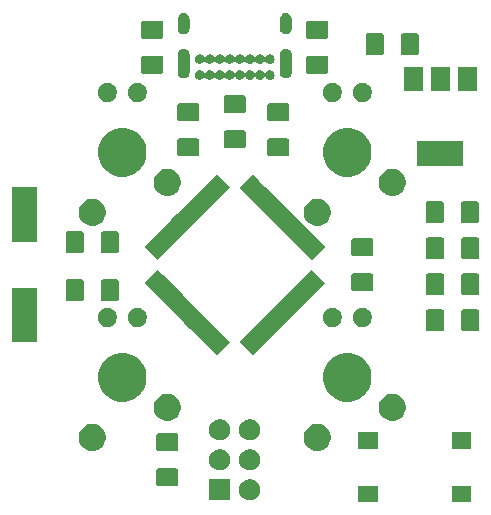
<source format=gbr>
G04 #@! TF.GenerationSoftware,KiCad,Pcbnew,5.1.5+dfsg1-2build2*
G04 #@! TF.CreationDate,2020-09-11T14:14:25+10:00*
G04 #@! TF.ProjectId,macr0,6d616372-302e-46b6-9963-61645f706362,rev?*
G04 #@! TF.SameCoordinates,Original*
G04 #@! TF.FileFunction,Soldermask,Bot*
G04 #@! TF.FilePolarity,Negative*
%FSLAX46Y46*%
G04 Gerber Fmt 4.6, Leading zero omitted, Abs format (unit mm)*
G04 Created by KiCad (PCBNEW 5.1.5+dfsg1-2build2) date 2020-09-11 14:14:25*
%MOMM*%
%LPD*%
G04 APERTURE LIST*
%ADD10C,0.100000*%
G04 APERTURE END LIST*
D10*
G36*
X32106000Y-24541000D02*
G01*
X30454000Y-24541000D01*
X30454000Y-23139000D01*
X32106000Y-23139000D01*
X32106000Y-24541000D01*
G37*
G36*
X24156000Y-24541000D02*
G01*
X22504000Y-24541000D01*
X22504000Y-23139000D01*
X24156000Y-23139000D01*
X24156000Y-24541000D01*
G37*
G36*
X11696000Y-24396000D02*
G01*
X9894000Y-24396000D01*
X9894000Y-22594000D01*
X11696000Y-22594000D01*
X11696000Y-24396000D01*
G37*
G36*
X13448512Y-22598927D02*
G01*
X13597812Y-22628624D01*
X13761784Y-22696544D01*
X13909354Y-22795147D01*
X14034853Y-22920646D01*
X14133456Y-23068216D01*
X14201376Y-23232188D01*
X14236000Y-23406259D01*
X14236000Y-23583741D01*
X14201376Y-23757812D01*
X14133456Y-23921784D01*
X14034853Y-24069354D01*
X13909354Y-24194853D01*
X13761784Y-24293456D01*
X13597812Y-24361376D01*
X13448512Y-24391073D01*
X13423742Y-24396000D01*
X13246258Y-24396000D01*
X13221488Y-24391073D01*
X13072188Y-24361376D01*
X12908216Y-24293456D01*
X12760646Y-24194853D01*
X12635147Y-24069354D01*
X12536544Y-23921784D01*
X12468624Y-23757812D01*
X12434000Y-23583741D01*
X12434000Y-23406259D01*
X12468624Y-23232188D01*
X12536544Y-23068216D01*
X12635147Y-22920646D01*
X12760646Y-22795147D01*
X12908216Y-22696544D01*
X13072188Y-22628624D01*
X13221488Y-22598927D01*
X13246258Y-22594000D01*
X13423742Y-22594000D01*
X13448512Y-22598927D01*
G37*
G36*
X7125562Y-21683181D02*
G01*
X7160481Y-21693774D01*
X7192663Y-21710976D01*
X7220873Y-21734127D01*
X7244024Y-21762337D01*
X7261226Y-21794519D01*
X7271819Y-21829438D01*
X7276000Y-21871895D01*
X7276000Y-23013105D01*
X7271819Y-23055562D01*
X7261226Y-23090481D01*
X7244024Y-23122663D01*
X7220873Y-23150873D01*
X7192663Y-23174024D01*
X7160481Y-23191226D01*
X7125562Y-23201819D01*
X7083105Y-23206000D01*
X5616895Y-23206000D01*
X5574438Y-23201819D01*
X5539519Y-23191226D01*
X5507337Y-23174024D01*
X5479127Y-23150873D01*
X5455976Y-23122663D01*
X5438774Y-23090481D01*
X5428181Y-23055562D01*
X5424000Y-23013105D01*
X5424000Y-21871895D01*
X5428181Y-21829438D01*
X5438774Y-21794519D01*
X5455976Y-21762337D01*
X5479127Y-21734127D01*
X5507337Y-21710976D01*
X5539519Y-21693774D01*
X5574438Y-21683181D01*
X5616895Y-21679000D01*
X7083105Y-21679000D01*
X7125562Y-21683181D01*
G37*
G36*
X13448512Y-20058927D02*
G01*
X13597812Y-20088624D01*
X13761784Y-20156544D01*
X13909354Y-20255147D01*
X14034853Y-20380646D01*
X14133456Y-20528216D01*
X14201376Y-20692188D01*
X14236000Y-20866259D01*
X14236000Y-21043741D01*
X14201376Y-21217812D01*
X14133456Y-21381784D01*
X14034853Y-21529354D01*
X13909354Y-21654853D01*
X13761784Y-21753456D01*
X13597812Y-21821376D01*
X13448512Y-21851073D01*
X13423742Y-21856000D01*
X13246258Y-21856000D01*
X13221488Y-21851073D01*
X13072188Y-21821376D01*
X12908216Y-21753456D01*
X12760646Y-21654853D01*
X12635147Y-21529354D01*
X12536544Y-21381784D01*
X12468624Y-21217812D01*
X12434000Y-21043741D01*
X12434000Y-20866259D01*
X12468624Y-20692188D01*
X12536544Y-20528216D01*
X12635147Y-20380646D01*
X12760646Y-20255147D01*
X12908216Y-20156544D01*
X13072188Y-20088624D01*
X13221488Y-20058927D01*
X13246258Y-20054000D01*
X13423742Y-20054000D01*
X13448512Y-20058927D01*
G37*
G36*
X10908512Y-20058927D02*
G01*
X11057812Y-20088624D01*
X11221784Y-20156544D01*
X11369354Y-20255147D01*
X11494853Y-20380646D01*
X11593456Y-20528216D01*
X11661376Y-20692188D01*
X11696000Y-20866259D01*
X11696000Y-21043741D01*
X11661376Y-21217812D01*
X11593456Y-21381784D01*
X11494853Y-21529354D01*
X11369354Y-21654853D01*
X11221784Y-21753456D01*
X11057812Y-21821376D01*
X10908512Y-21851073D01*
X10883742Y-21856000D01*
X10706258Y-21856000D01*
X10681488Y-21851073D01*
X10532188Y-21821376D01*
X10368216Y-21753456D01*
X10220646Y-21654853D01*
X10095147Y-21529354D01*
X9996544Y-21381784D01*
X9928624Y-21217812D01*
X9894000Y-21043741D01*
X9894000Y-20866259D01*
X9928624Y-20692188D01*
X9996544Y-20528216D01*
X10095147Y-20380646D01*
X10220646Y-20255147D01*
X10368216Y-20156544D01*
X10532188Y-20088624D01*
X10681488Y-20058927D01*
X10706258Y-20054000D01*
X10883742Y-20054000D01*
X10908512Y-20058927D01*
G37*
G36*
X7125562Y-18708181D02*
G01*
X7160481Y-18718774D01*
X7192663Y-18735976D01*
X7220873Y-18759127D01*
X7244024Y-18787337D01*
X7261226Y-18819519D01*
X7271819Y-18854438D01*
X7276000Y-18896895D01*
X7276000Y-20038105D01*
X7271819Y-20080562D01*
X7261226Y-20115481D01*
X7244024Y-20147663D01*
X7220873Y-20175873D01*
X7192663Y-20199024D01*
X7160481Y-20216226D01*
X7125562Y-20226819D01*
X7083105Y-20231000D01*
X5616895Y-20231000D01*
X5574438Y-20226819D01*
X5539519Y-20216226D01*
X5507337Y-20199024D01*
X5479127Y-20175873D01*
X5455976Y-20147663D01*
X5438774Y-20115481D01*
X5428181Y-20080562D01*
X5424000Y-20038105D01*
X5424000Y-18896895D01*
X5428181Y-18854438D01*
X5438774Y-18819519D01*
X5455976Y-18787337D01*
X5479127Y-18759127D01*
X5507337Y-18735976D01*
X5539519Y-18718774D01*
X5574438Y-18708181D01*
X5616895Y-18704000D01*
X7083105Y-18704000D01*
X7125562Y-18708181D01*
G37*
G36*
X224549Y-17921116D02*
G01*
X335734Y-17943232D01*
X545203Y-18029997D01*
X733720Y-18155960D01*
X894040Y-18316280D01*
X1020003Y-18504797D01*
X1106768Y-18714266D01*
X1151000Y-18936636D01*
X1151000Y-19163364D01*
X1106768Y-19385734D01*
X1020003Y-19595203D01*
X894040Y-19783720D01*
X733720Y-19944040D01*
X545203Y-20070003D01*
X545202Y-20070004D01*
X545201Y-20070004D01*
X500248Y-20088624D01*
X335734Y-20156768D01*
X239686Y-20175873D01*
X113365Y-20201000D01*
X-113365Y-20201000D01*
X-239686Y-20175873D01*
X-335734Y-20156768D01*
X-500248Y-20088624D01*
X-545201Y-20070004D01*
X-545202Y-20070004D01*
X-545203Y-20070003D01*
X-733720Y-19944040D01*
X-894040Y-19783720D01*
X-1020003Y-19595203D01*
X-1106768Y-19385734D01*
X-1151000Y-19163364D01*
X-1151000Y-18936636D01*
X-1106768Y-18714266D01*
X-1020003Y-18504797D01*
X-894040Y-18316280D01*
X-733720Y-18155960D01*
X-545203Y-18029997D01*
X-335734Y-17943232D01*
X-224549Y-17921116D01*
X-113365Y-17899000D01*
X113365Y-17899000D01*
X224549Y-17921116D01*
G37*
G36*
X19274549Y-17921116D02*
G01*
X19385734Y-17943232D01*
X19595203Y-18029997D01*
X19783720Y-18155960D01*
X19944040Y-18316280D01*
X20070003Y-18504797D01*
X20156768Y-18714266D01*
X20201000Y-18936636D01*
X20201000Y-19163364D01*
X20156768Y-19385734D01*
X20070003Y-19595203D01*
X19944040Y-19783720D01*
X19783720Y-19944040D01*
X19595203Y-20070003D01*
X19595202Y-20070004D01*
X19595201Y-20070004D01*
X19550248Y-20088624D01*
X19385734Y-20156768D01*
X19289686Y-20175873D01*
X19163365Y-20201000D01*
X18936635Y-20201000D01*
X18810314Y-20175873D01*
X18714266Y-20156768D01*
X18549752Y-20088624D01*
X18504799Y-20070004D01*
X18504798Y-20070004D01*
X18504797Y-20070003D01*
X18316280Y-19944040D01*
X18155960Y-19783720D01*
X18029997Y-19595203D01*
X17943232Y-19385734D01*
X17899000Y-19163364D01*
X17899000Y-18936636D01*
X17943232Y-18714266D01*
X18029997Y-18504797D01*
X18155960Y-18316280D01*
X18316280Y-18155960D01*
X18504797Y-18029997D01*
X18714266Y-17943232D01*
X18825451Y-17921116D01*
X18936635Y-17899000D01*
X19163365Y-17899000D01*
X19274549Y-17921116D01*
G37*
G36*
X32106000Y-20041000D02*
G01*
X30454000Y-20041000D01*
X30454000Y-18639000D01*
X32106000Y-18639000D01*
X32106000Y-20041000D01*
G37*
G36*
X24156000Y-20041000D02*
G01*
X22504000Y-20041000D01*
X22504000Y-18639000D01*
X24156000Y-18639000D01*
X24156000Y-20041000D01*
G37*
G36*
X10908512Y-17518927D02*
G01*
X11057812Y-17548624D01*
X11221784Y-17616544D01*
X11369354Y-17715147D01*
X11494853Y-17840646D01*
X11593456Y-17988216D01*
X11661376Y-18152188D01*
X11696000Y-18326259D01*
X11696000Y-18503741D01*
X11661376Y-18677812D01*
X11593456Y-18841784D01*
X11494853Y-18989354D01*
X11369354Y-19114853D01*
X11221784Y-19213456D01*
X11057812Y-19281376D01*
X10908512Y-19311073D01*
X10883742Y-19316000D01*
X10706258Y-19316000D01*
X10681488Y-19311073D01*
X10532188Y-19281376D01*
X10368216Y-19213456D01*
X10220646Y-19114853D01*
X10095147Y-18989354D01*
X9996544Y-18841784D01*
X9928624Y-18677812D01*
X9894000Y-18503741D01*
X9894000Y-18326259D01*
X9928624Y-18152188D01*
X9996544Y-17988216D01*
X10095147Y-17840646D01*
X10220646Y-17715147D01*
X10368216Y-17616544D01*
X10532188Y-17548624D01*
X10681488Y-17518927D01*
X10706258Y-17514000D01*
X10883742Y-17514000D01*
X10908512Y-17518927D01*
G37*
G36*
X13448512Y-17518927D02*
G01*
X13597812Y-17548624D01*
X13761784Y-17616544D01*
X13909354Y-17715147D01*
X14034853Y-17840646D01*
X14133456Y-17988216D01*
X14201376Y-18152188D01*
X14236000Y-18326259D01*
X14236000Y-18503741D01*
X14201376Y-18677812D01*
X14133456Y-18841784D01*
X14034853Y-18989354D01*
X13909354Y-19114853D01*
X13761784Y-19213456D01*
X13597812Y-19281376D01*
X13448512Y-19311073D01*
X13423742Y-19316000D01*
X13246258Y-19316000D01*
X13221488Y-19311073D01*
X13072188Y-19281376D01*
X12908216Y-19213456D01*
X12760646Y-19114853D01*
X12635147Y-18989354D01*
X12536544Y-18841784D01*
X12468624Y-18677812D01*
X12434000Y-18503741D01*
X12434000Y-18326259D01*
X12468624Y-18152188D01*
X12536544Y-17988216D01*
X12635147Y-17840646D01*
X12760646Y-17715147D01*
X12908216Y-17616544D01*
X13072188Y-17548624D01*
X13221488Y-17518927D01*
X13246258Y-17514000D01*
X13423742Y-17514000D01*
X13448512Y-17518927D01*
G37*
G36*
X25624549Y-15381116D02*
G01*
X25735734Y-15403232D01*
X25945203Y-15489997D01*
X26133720Y-15615960D01*
X26294040Y-15776280D01*
X26420003Y-15964797D01*
X26506768Y-16174266D01*
X26551000Y-16396636D01*
X26551000Y-16623364D01*
X26506768Y-16845734D01*
X26420003Y-17055203D01*
X26294040Y-17243720D01*
X26133720Y-17404040D01*
X25945203Y-17530003D01*
X25735734Y-17616768D01*
X25624549Y-17638884D01*
X25513365Y-17661000D01*
X25286635Y-17661000D01*
X25175451Y-17638884D01*
X25064266Y-17616768D01*
X24854797Y-17530003D01*
X24666280Y-17404040D01*
X24505960Y-17243720D01*
X24379997Y-17055203D01*
X24293232Y-16845734D01*
X24249000Y-16623364D01*
X24249000Y-16396636D01*
X24293232Y-16174266D01*
X24379997Y-15964797D01*
X24505960Y-15776280D01*
X24666280Y-15615960D01*
X24854797Y-15489997D01*
X25064266Y-15403232D01*
X25175451Y-15381116D01*
X25286635Y-15359000D01*
X25513365Y-15359000D01*
X25624549Y-15381116D01*
G37*
G36*
X6574549Y-15381116D02*
G01*
X6685734Y-15403232D01*
X6895203Y-15489997D01*
X7083720Y-15615960D01*
X7244040Y-15776280D01*
X7370003Y-15964797D01*
X7456768Y-16174266D01*
X7501000Y-16396636D01*
X7501000Y-16623364D01*
X7456768Y-16845734D01*
X7370003Y-17055203D01*
X7244040Y-17243720D01*
X7083720Y-17404040D01*
X6895203Y-17530003D01*
X6685734Y-17616768D01*
X6574549Y-17638884D01*
X6463365Y-17661000D01*
X6236635Y-17661000D01*
X6125451Y-17638884D01*
X6014266Y-17616768D01*
X5804797Y-17530003D01*
X5616280Y-17404040D01*
X5455960Y-17243720D01*
X5329997Y-17055203D01*
X5243232Y-16845734D01*
X5199000Y-16623364D01*
X5199000Y-16396636D01*
X5243232Y-16174266D01*
X5329997Y-15964797D01*
X5455960Y-15776280D01*
X5616280Y-15615960D01*
X5804797Y-15489997D01*
X6014266Y-15403232D01*
X6125451Y-15381116D01*
X6236635Y-15359000D01*
X6463365Y-15359000D01*
X6574549Y-15381116D01*
G37*
G36*
X22188254Y-11997818D02*
G01*
X22436983Y-12100845D01*
X22561513Y-12152427D01*
X22897436Y-12376884D01*
X23183116Y-12662564D01*
X23407574Y-12998489D01*
X23562182Y-13371746D01*
X23641000Y-13767993D01*
X23641000Y-14172007D01*
X23562182Y-14568254D01*
X23407574Y-14941511D01*
X23407573Y-14941513D01*
X23183116Y-15277436D01*
X22897436Y-15563116D01*
X22561513Y-15787573D01*
X22561512Y-15787574D01*
X22561511Y-15787574D01*
X22188254Y-15942182D01*
X21792007Y-16021000D01*
X21387993Y-16021000D01*
X20991746Y-15942182D01*
X20618489Y-15787574D01*
X20618488Y-15787574D01*
X20618487Y-15787573D01*
X20282564Y-15563116D01*
X19996884Y-15277436D01*
X19772427Y-14941513D01*
X19772426Y-14941511D01*
X19617818Y-14568254D01*
X19539000Y-14172007D01*
X19539000Y-13767993D01*
X19617818Y-13371746D01*
X19772426Y-12998489D01*
X19996884Y-12662564D01*
X20282564Y-12376884D01*
X20618487Y-12152427D01*
X20743017Y-12100845D01*
X20991746Y-11997818D01*
X21387993Y-11919000D01*
X21792007Y-11919000D01*
X22188254Y-11997818D01*
G37*
G36*
X3138254Y-11997818D02*
G01*
X3386983Y-12100845D01*
X3511513Y-12152427D01*
X3847436Y-12376884D01*
X4133116Y-12662564D01*
X4357574Y-12998489D01*
X4512182Y-13371746D01*
X4591000Y-13767993D01*
X4591000Y-14172007D01*
X4512182Y-14568254D01*
X4357574Y-14941511D01*
X4357573Y-14941513D01*
X4133116Y-15277436D01*
X3847436Y-15563116D01*
X3511513Y-15787573D01*
X3511512Y-15787574D01*
X3511511Y-15787574D01*
X3138254Y-15942182D01*
X2742007Y-16021000D01*
X2337993Y-16021000D01*
X1941746Y-15942182D01*
X1568489Y-15787574D01*
X1568488Y-15787574D01*
X1568487Y-15787573D01*
X1232564Y-15563116D01*
X946884Y-15277436D01*
X722427Y-14941513D01*
X722426Y-14941511D01*
X567818Y-14568254D01*
X489000Y-14172007D01*
X489000Y-13767993D01*
X567818Y-13371746D01*
X722426Y-12998489D01*
X946884Y-12662564D01*
X1232564Y-12376884D01*
X1568487Y-12152427D01*
X1693017Y-12100845D01*
X1941746Y-11997818D01*
X2337993Y-11919000D01*
X2742007Y-11919000D01*
X3138254Y-11997818D01*
G37*
G36*
X6019238Y-5327471D02*
G01*
X6019244Y-5327476D01*
X7222727Y-6530959D01*
X7222732Y-6530965D01*
X7716294Y-7024527D01*
X7716300Y-7024532D01*
X8354098Y-7662330D01*
X8354103Y-7662336D01*
X8847665Y-8155898D01*
X8847671Y-8155903D01*
X9485469Y-8793701D01*
X9485474Y-8793707D01*
X9979036Y-9287269D01*
X9979042Y-9287274D01*
X11182525Y-10490757D01*
X11182530Y-10490763D01*
X11659827Y-10968060D01*
X10527042Y-12100845D01*
X9977627Y-11551430D01*
X9977622Y-11551424D01*
X8918375Y-10492177D01*
X8918369Y-10492172D01*
X8280571Y-9854374D01*
X8280566Y-9854368D01*
X7787004Y-9360806D01*
X7786998Y-9360801D01*
X7149200Y-8723003D01*
X7149195Y-8722997D01*
X6655633Y-8229435D01*
X6655627Y-8229430D01*
X6017829Y-7591632D01*
X6017824Y-7591626D01*
X4958577Y-6532379D01*
X4958571Y-6532374D01*
X4409155Y-5982958D01*
X5541940Y-4850173D01*
X6019238Y-5327471D01*
G37*
G36*
X19720845Y-5982958D02*
G01*
X19171424Y-6532379D01*
X18605738Y-7098064D01*
X18112177Y-7591626D01*
X15211626Y-10492177D01*
X14645940Y-11057862D01*
X14152379Y-11551424D01*
X13602958Y-12100845D01*
X12470173Y-10968060D01*
X12931206Y-10507027D01*
X12947471Y-10490763D01*
X12947480Y-10490752D01*
X14150954Y-9287278D01*
X14150965Y-9287269D01*
X14167230Y-9271005D01*
X14167229Y-9271004D01*
X14628262Y-8809971D01*
X14628263Y-8809972D01*
X14644527Y-8793707D01*
X14644536Y-8793696D01*
X15282325Y-8155907D01*
X15282336Y-8155898D01*
X15298601Y-8139634D01*
X15298600Y-8139633D01*
X15759633Y-7678600D01*
X15759634Y-7678601D01*
X15775898Y-7662336D01*
X15775907Y-7662325D01*
X16413696Y-7024536D01*
X16413707Y-7024527D01*
X16429972Y-7008263D01*
X16429971Y-7008262D01*
X16891004Y-6547229D01*
X16891005Y-6547230D01*
X16907269Y-6530965D01*
X16907278Y-6530954D01*
X18110752Y-5327480D01*
X18110763Y-5327471D01*
X18127027Y-5311206D01*
X18588060Y-4850173D01*
X19720845Y-5982958D01*
G37*
G36*
X-4664000Y-10996000D02*
G01*
X-6766000Y-10996000D01*
X-6766000Y-6394000D01*
X-4664000Y-6394000D01*
X-4664000Y-10996000D01*
G37*
G36*
X29642062Y-8222181D02*
G01*
X29676981Y-8232774D01*
X29709163Y-8249976D01*
X29737373Y-8273127D01*
X29760524Y-8301337D01*
X29777726Y-8333519D01*
X29788319Y-8368438D01*
X29792500Y-8410895D01*
X29792500Y-9877105D01*
X29788319Y-9919562D01*
X29777726Y-9954481D01*
X29760524Y-9986663D01*
X29737373Y-10014873D01*
X29709163Y-10038024D01*
X29676981Y-10055226D01*
X29642062Y-10065819D01*
X29599605Y-10070000D01*
X28458395Y-10070000D01*
X28415938Y-10065819D01*
X28381019Y-10055226D01*
X28348837Y-10038024D01*
X28320627Y-10014873D01*
X28297476Y-9986663D01*
X28280274Y-9954481D01*
X28269681Y-9919562D01*
X28265500Y-9877105D01*
X28265500Y-8410895D01*
X28269681Y-8368438D01*
X28280274Y-8333519D01*
X28297476Y-8301337D01*
X28320627Y-8273127D01*
X28348837Y-8249976D01*
X28381019Y-8232774D01*
X28415938Y-8222181D01*
X28458395Y-8218000D01*
X29599605Y-8218000D01*
X29642062Y-8222181D01*
G37*
G36*
X32617062Y-8222181D02*
G01*
X32651981Y-8232774D01*
X32684163Y-8249976D01*
X32712373Y-8273127D01*
X32735524Y-8301337D01*
X32752726Y-8333519D01*
X32763319Y-8368438D01*
X32767500Y-8410895D01*
X32767500Y-9877105D01*
X32763319Y-9919562D01*
X32752726Y-9954481D01*
X32735524Y-9986663D01*
X32712373Y-10014873D01*
X32684163Y-10038024D01*
X32651981Y-10055226D01*
X32617062Y-10065819D01*
X32574605Y-10070000D01*
X31433395Y-10070000D01*
X31390938Y-10065819D01*
X31356019Y-10055226D01*
X31323837Y-10038024D01*
X31295627Y-10014873D01*
X31272476Y-9986663D01*
X31255274Y-9954481D01*
X31244681Y-9919562D01*
X31240500Y-9877105D01*
X31240500Y-8410895D01*
X31244681Y-8368438D01*
X31255274Y-8333519D01*
X31272476Y-8301337D01*
X31295627Y-8273127D01*
X31323837Y-8249976D01*
X31356019Y-8232774D01*
X31390938Y-8222181D01*
X31433395Y-8218000D01*
X32574605Y-8218000D01*
X32617062Y-8222181D01*
G37*
G36*
X20557142Y-8108242D02*
G01*
X20705101Y-8169529D01*
X20838255Y-8258499D01*
X20951501Y-8371745D01*
X21040471Y-8504899D01*
X21101758Y-8652858D01*
X21133000Y-8809925D01*
X21133000Y-8970075D01*
X21101758Y-9127142D01*
X21040471Y-9275101D01*
X20951501Y-9408255D01*
X20838255Y-9521501D01*
X20705101Y-9610471D01*
X20557142Y-9671758D01*
X20400075Y-9703000D01*
X20239925Y-9703000D01*
X20082858Y-9671758D01*
X19934899Y-9610471D01*
X19801745Y-9521501D01*
X19688499Y-9408255D01*
X19599529Y-9275101D01*
X19538242Y-9127142D01*
X19507000Y-8970075D01*
X19507000Y-8809925D01*
X19538242Y-8652858D01*
X19599529Y-8504899D01*
X19688499Y-8371745D01*
X19801745Y-8258499D01*
X19934899Y-8169529D01*
X20082858Y-8108242D01*
X20239925Y-8077000D01*
X20400075Y-8077000D01*
X20557142Y-8108242D01*
G37*
G36*
X23097142Y-8108242D02*
G01*
X23245101Y-8169529D01*
X23378255Y-8258499D01*
X23491501Y-8371745D01*
X23580471Y-8504899D01*
X23641758Y-8652858D01*
X23673000Y-8809925D01*
X23673000Y-8970075D01*
X23641758Y-9127142D01*
X23580471Y-9275101D01*
X23491501Y-9408255D01*
X23378255Y-9521501D01*
X23245101Y-9610471D01*
X23097142Y-9671758D01*
X22940075Y-9703000D01*
X22779925Y-9703000D01*
X22622858Y-9671758D01*
X22474899Y-9610471D01*
X22341745Y-9521501D01*
X22228499Y-9408255D01*
X22139529Y-9275101D01*
X22078242Y-9127142D01*
X22047000Y-8970075D01*
X22047000Y-8809925D01*
X22078242Y-8652858D01*
X22139529Y-8504899D01*
X22228499Y-8371745D01*
X22341745Y-8258499D01*
X22474899Y-8169529D01*
X22622858Y-8108242D01*
X22779925Y-8077000D01*
X22940075Y-8077000D01*
X23097142Y-8108242D01*
G37*
G36*
X1507142Y-8108242D02*
G01*
X1655101Y-8169529D01*
X1788255Y-8258499D01*
X1901501Y-8371745D01*
X1990471Y-8504899D01*
X2051758Y-8652858D01*
X2083000Y-8809925D01*
X2083000Y-8970075D01*
X2051758Y-9127142D01*
X1990471Y-9275101D01*
X1901501Y-9408255D01*
X1788255Y-9521501D01*
X1655101Y-9610471D01*
X1507142Y-9671758D01*
X1350075Y-9703000D01*
X1189925Y-9703000D01*
X1032858Y-9671758D01*
X884899Y-9610471D01*
X751745Y-9521501D01*
X638499Y-9408255D01*
X549529Y-9275101D01*
X488242Y-9127142D01*
X457000Y-8970075D01*
X457000Y-8809925D01*
X488242Y-8652858D01*
X549529Y-8504899D01*
X638499Y-8371745D01*
X751745Y-8258499D01*
X884899Y-8169529D01*
X1032858Y-8108242D01*
X1189925Y-8077000D01*
X1350075Y-8077000D01*
X1507142Y-8108242D01*
G37*
G36*
X4047142Y-8108242D02*
G01*
X4195101Y-8169529D01*
X4328255Y-8258499D01*
X4441501Y-8371745D01*
X4530471Y-8504899D01*
X4591758Y-8652858D01*
X4623000Y-8809925D01*
X4623000Y-8970075D01*
X4591758Y-9127142D01*
X4530471Y-9275101D01*
X4441501Y-9408255D01*
X4328255Y-9521501D01*
X4195101Y-9610471D01*
X4047142Y-9671758D01*
X3890075Y-9703000D01*
X3729925Y-9703000D01*
X3572858Y-9671758D01*
X3424899Y-9610471D01*
X3291745Y-9521501D01*
X3178499Y-9408255D01*
X3089529Y-9275101D01*
X3028242Y-9127142D01*
X2997000Y-8970075D01*
X2997000Y-8809925D01*
X3028242Y-8652858D01*
X3089529Y-8504899D01*
X3178499Y-8371745D01*
X3291745Y-8258499D01*
X3424899Y-8169529D01*
X3572858Y-8108242D01*
X3729925Y-8077000D01*
X3890075Y-8077000D01*
X4047142Y-8108242D01*
G37*
G36*
X-874438Y-5682181D02*
G01*
X-839519Y-5692774D01*
X-807337Y-5709976D01*
X-779127Y-5733127D01*
X-755976Y-5761337D01*
X-738774Y-5793519D01*
X-728181Y-5828438D01*
X-724000Y-5870895D01*
X-724000Y-7337105D01*
X-728181Y-7379562D01*
X-738774Y-7414481D01*
X-755976Y-7446663D01*
X-779127Y-7474873D01*
X-807337Y-7498024D01*
X-839519Y-7515226D01*
X-874438Y-7525819D01*
X-916895Y-7530000D01*
X-2058105Y-7530000D01*
X-2100562Y-7525819D01*
X-2135481Y-7515226D01*
X-2167663Y-7498024D01*
X-2195873Y-7474873D01*
X-2219024Y-7446663D01*
X-2236226Y-7414481D01*
X-2246819Y-7379562D01*
X-2251000Y-7337105D01*
X-2251000Y-5870895D01*
X-2246819Y-5828438D01*
X-2236226Y-5793519D01*
X-2219024Y-5761337D01*
X-2195873Y-5733127D01*
X-2167663Y-5709976D01*
X-2135481Y-5692774D01*
X-2100562Y-5682181D01*
X-2058105Y-5678000D01*
X-916895Y-5678000D01*
X-874438Y-5682181D01*
G37*
G36*
X2100562Y-5682181D02*
G01*
X2135481Y-5692774D01*
X2167663Y-5709976D01*
X2195873Y-5733127D01*
X2219024Y-5761337D01*
X2236226Y-5793519D01*
X2246819Y-5828438D01*
X2251000Y-5870895D01*
X2251000Y-7337105D01*
X2246819Y-7379562D01*
X2236226Y-7414481D01*
X2219024Y-7446663D01*
X2195873Y-7474873D01*
X2167663Y-7498024D01*
X2135481Y-7515226D01*
X2100562Y-7525819D01*
X2058105Y-7530000D01*
X916895Y-7530000D01*
X874438Y-7525819D01*
X839519Y-7515226D01*
X807337Y-7498024D01*
X779127Y-7474873D01*
X755976Y-7446663D01*
X738774Y-7414481D01*
X728181Y-7379562D01*
X724000Y-7337105D01*
X724000Y-5870895D01*
X728181Y-5828438D01*
X738774Y-5793519D01*
X755976Y-5761337D01*
X779127Y-5733127D01*
X807337Y-5709976D01*
X839519Y-5692774D01*
X874438Y-5682181D01*
X916895Y-5678000D01*
X2058105Y-5678000D01*
X2100562Y-5682181D01*
G37*
G36*
X32617062Y-5174181D02*
G01*
X32651981Y-5184774D01*
X32684163Y-5201976D01*
X32712373Y-5225127D01*
X32735524Y-5253337D01*
X32752726Y-5285519D01*
X32763319Y-5320438D01*
X32767500Y-5362895D01*
X32767500Y-6829105D01*
X32763319Y-6871562D01*
X32752726Y-6906481D01*
X32735524Y-6938663D01*
X32712373Y-6966873D01*
X32684163Y-6990024D01*
X32651981Y-7007226D01*
X32617062Y-7017819D01*
X32574605Y-7022000D01*
X31433395Y-7022000D01*
X31390938Y-7017819D01*
X31356019Y-7007226D01*
X31323837Y-6990024D01*
X31295627Y-6966873D01*
X31272476Y-6938663D01*
X31255274Y-6906481D01*
X31244681Y-6871562D01*
X31240500Y-6829105D01*
X31240500Y-5362895D01*
X31244681Y-5320438D01*
X31255274Y-5285519D01*
X31272476Y-5253337D01*
X31295627Y-5225127D01*
X31323837Y-5201976D01*
X31356019Y-5184774D01*
X31390938Y-5174181D01*
X31433395Y-5170000D01*
X32574605Y-5170000D01*
X32617062Y-5174181D01*
G37*
G36*
X29642062Y-5174181D02*
G01*
X29676981Y-5184774D01*
X29709163Y-5201976D01*
X29737373Y-5225127D01*
X29760524Y-5253337D01*
X29777726Y-5285519D01*
X29788319Y-5320438D01*
X29792500Y-5362895D01*
X29792500Y-6829105D01*
X29788319Y-6871562D01*
X29777726Y-6906481D01*
X29760524Y-6938663D01*
X29737373Y-6966873D01*
X29709163Y-6990024D01*
X29676981Y-7007226D01*
X29642062Y-7017819D01*
X29599605Y-7022000D01*
X28458395Y-7022000D01*
X28415938Y-7017819D01*
X28381019Y-7007226D01*
X28348837Y-6990024D01*
X28320627Y-6966873D01*
X28297476Y-6938663D01*
X28280274Y-6906481D01*
X28269681Y-6871562D01*
X28265500Y-6829105D01*
X28265500Y-5362895D01*
X28269681Y-5320438D01*
X28280274Y-5285519D01*
X28297476Y-5253337D01*
X28320627Y-5225127D01*
X28348837Y-5201976D01*
X28381019Y-5184774D01*
X28415938Y-5174181D01*
X28458395Y-5170000D01*
X29599605Y-5170000D01*
X29642062Y-5174181D01*
G37*
G36*
X23635562Y-5173181D02*
G01*
X23670481Y-5183774D01*
X23702663Y-5200976D01*
X23730873Y-5224127D01*
X23754024Y-5252337D01*
X23771226Y-5284519D01*
X23781819Y-5319438D01*
X23786000Y-5361895D01*
X23786000Y-6503105D01*
X23781819Y-6545562D01*
X23771226Y-6580481D01*
X23754024Y-6612663D01*
X23730873Y-6640873D01*
X23702663Y-6664024D01*
X23670481Y-6681226D01*
X23635562Y-6691819D01*
X23593105Y-6696000D01*
X22126895Y-6696000D01*
X22084438Y-6691819D01*
X22049519Y-6681226D01*
X22017337Y-6664024D01*
X21989127Y-6640873D01*
X21965976Y-6612663D01*
X21948774Y-6580481D01*
X21938181Y-6545562D01*
X21934000Y-6503105D01*
X21934000Y-5361895D01*
X21938181Y-5319438D01*
X21948774Y-5284519D01*
X21965976Y-5252337D01*
X21989127Y-5224127D01*
X22017337Y-5200976D01*
X22049519Y-5183774D01*
X22084438Y-5173181D01*
X22126895Y-5169000D01*
X23593105Y-5169000D01*
X23635562Y-5173181D01*
G37*
G36*
X14152379Y2661424D02*
G01*
X14645940Y2167862D01*
X15211626Y1602177D01*
X16980801Y-166998D01*
X16980806Y-167004D01*
X17474368Y-660566D01*
X17474374Y-660571D01*
X18112172Y-1298369D01*
X18112177Y-1298375D01*
X19171424Y-2357622D01*
X19171430Y-2357627D01*
X19720845Y-2907042D01*
X18588060Y-4039827D01*
X18110763Y-3562530D01*
X18110757Y-3562525D01*
X16907274Y-2359042D01*
X16907269Y-2359036D01*
X16413707Y-1865474D01*
X16413701Y-1865469D01*
X15775903Y-1227671D01*
X15775898Y-1227665D01*
X15282336Y-734103D01*
X15282330Y-734098D01*
X14644532Y-96300D01*
X14644527Y-96294D01*
X14167229Y381004D01*
X14150965Y397269D01*
X14150954Y397278D01*
X12947480Y1600752D01*
X12947471Y1600763D01*
X12931206Y1617027D01*
X12470173Y2078060D01*
X13602958Y3210845D01*
X14152379Y2661424D01*
G37*
G36*
X11659827Y2078060D02*
G01*
X11182530Y1600763D01*
X11182525Y1600757D01*
X9979042Y397274D01*
X9979036Y397269D01*
X9485474Y-96294D01*
X6019238Y-3562530D01*
X5541940Y-4039827D01*
X4409155Y-2907042D01*
X4958566Y-2357631D01*
X4958577Y-2357622D01*
X4974841Y-2341357D01*
X6001559Y-1314639D01*
X6017824Y-1298375D01*
X6017833Y-1298364D01*
X6655622Y-660575D01*
X6655633Y-660566D01*
X6671898Y-644302D01*
X6671897Y-644301D01*
X7132930Y-183268D01*
X7132931Y-183269D01*
X7149195Y-167004D01*
X7149204Y-166993D01*
X7786998Y470801D01*
X7787004Y470806D01*
X8280566Y964368D01*
X8280571Y964374D01*
X8918369Y1602172D01*
X8918375Y1602177D01*
X9977622Y2661424D01*
X9977627Y2661430D01*
X10527042Y3210845D01*
X11659827Y2078060D01*
G37*
G36*
X29642062Y-2126181D02*
G01*
X29676981Y-2136774D01*
X29709163Y-2153976D01*
X29737373Y-2177127D01*
X29760524Y-2205337D01*
X29777726Y-2237519D01*
X29788319Y-2272438D01*
X29792500Y-2314895D01*
X29792500Y-3781105D01*
X29788319Y-3823562D01*
X29777726Y-3858481D01*
X29760524Y-3890663D01*
X29737373Y-3918873D01*
X29709163Y-3942024D01*
X29676981Y-3959226D01*
X29642062Y-3969819D01*
X29599605Y-3974000D01*
X28458395Y-3974000D01*
X28415938Y-3969819D01*
X28381019Y-3959226D01*
X28348837Y-3942024D01*
X28320627Y-3918873D01*
X28297476Y-3890663D01*
X28280274Y-3858481D01*
X28269681Y-3823562D01*
X28265500Y-3781105D01*
X28265500Y-2314895D01*
X28269681Y-2272438D01*
X28280274Y-2237519D01*
X28297476Y-2205337D01*
X28320627Y-2177127D01*
X28348837Y-2153976D01*
X28381019Y-2136774D01*
X28415938Y-2126181D01*
X28458395Y-2122000D01*
X29599605Y-2122000D01*
X29642062Y-2126181D01*
G37*
G36*
X32617062Y-2126181D02*
G01*
X32651981Y-2136774D01*
X32684163Y-2153976D01*
X32712373Y-2177127D01*
X32735524Y-2205337D01*
X32752726Y-2237519D01*
X32763319Y-2272438D01*
X32767500Y-2314895D01*
X32767500Y-3781105D01*
X32763319Y-3823562D01*
X32752726Y-3858481D01*
X32735524Y-3890663D01*
X32712373Y-3918873D01*
X32684163Y-3942024D01*
X32651981Y-3959226D01*
X32617062Y-3969819D01*
X32574605Y-3974000D01*
X31433395Y-3974000D01*
X31390938Y-3969819D01*
X31356019Y-3959226D01*
X31323837Y-3942024D01*
X31295627Y-3918873D01*
X31272476Y-3890663D01*
X31255274Y-3858481D01*
X31244681Y-3823562D01*
X31240500Y-3781105D01*
X31240500Y-2314895D01*
X31244681Y-2272438D01*
X31255274Y-2237519D01*
X31272476Y-2205337D01*
X31295627Y-2177127D01*
X31323837Y-2153976D01*
X31356019Y-2136774D01*
X31390938Y-2126181D01*
X31433395Y-2122000D01*
X32574605Y-2122000D01*
X32617062Y-2126181D01*
G37*
G36*
X23635562Y-2198181D02*
G01*
X23670481Y-2208774D01*
X23702663Y-2225976D01*
X23730873Y-2249127D01*
X23754024Y-2277337D01*
X23771226Y-2309519D01*
X23781819Y-2344438D01*
X23786000Y-2386895D01*
X23786000Y-3528105D01*
X23781819Y-3570562D01*
X23771226Y-3605481D01*
X23754024Y-3637663D01*
X23730873Y-3665873D01*
X23702663Y-3689024D01*
X23670481Y-3706226D01*
X23635562Y-3716819D01*
X23593105Y-3721000D01*
X22126895Y-3721000D01*
X22084438Y-3716819D01*
X22049519Y-3706226D01*
X22017337Y-3689024D01*
X21989127Y-3665873D01*
X21965976Y-3637663D01*
X21948774Y-3605481D01*
X21938181Y-3570562D01*
X21934000Y-3528105D01*
X21934000Y-2386895D01*
X21938181Y-2344438D01*
X21948774Y-2309519D01*
X21965976Y-2277337D01*
X21989127Y-2249127D01*
X22017337Y-2225976D01*
X22049519Y-2208774D01*
X22084438Y-2198181D01*
X22126895Y-2194000D01*
X23593105Y-2194000D01*
X23635562Y-2198181D01*
G37*
G36*
X2100562Y-1618181D02*
G01*
X2135481Y-1628774D01*
X2167663Y-1645976D01*
X2195873Y-1669127D01*
X2219024Y-1697337D01*
X2236226Y-1729519D01*
X2246819Y-1764438D01*
X2251000Y-1806895D01*
X2251000Y-3273105D01*
X2246819Y-3315562D01*
X2236226Y-3350481D01*
X2219024Y-3382663D01*
X2195873Y-3410873D01*
X2167663Y-3434024D01*
X2135481Y-3451226D01*
X2100562Y-3461819D01*
X2058105Y-3466000D01*
X916895Y-3466000D01*
X874438Y-3461819D01*
X839519Y-3451226D01*
X807337Y-3434024D01*
X779127Y-3410873D01*
X755976Y-3382663D01*
X738774Y-3350481D01*
X728181Y-3315562D01*
X724000Y-3273105D01*
X724000Y-1806895D01*
X728181Y-1764438D01*
X738774Y-1729519D01*
X755976Y-1697337D01*
X779127Y-1669127D01*
X807337Y-1645976D01*
X839519Y-1628774D01*
X874438Y-1618181D01*
X916895Y-1614000D01*
X2058105Y-1614000D01*
X2100562Y-1618181D01*
G37*
G36*
X-874438Y-1618181D02*
G01*
X-839519Y-1628774D01*
X-807337Y-1645976D01*
X-779127Y-1669127D01*
X-755976Y-1697337D01*
X-738774Y-1729519D01*
X-728181Y-1764438D01*
X-724000Y-1806895D01*
X-724000Y-3273105D01*
X-728181Y-3315562D01*
X-738774Y-3350481D01*
X-755976Y-3382663D01*
X-779127Y-3410873D01*
X-807337Y-3434024D01*
X-839519Y-3451226D01*
X-874438Y-3461819D01*
X-916895Y-3466000D01*
X-2058105Y-3466000D01*
X-2100562Y-3461819D01*
X-2135481Y-3451226D01*
X-2167663Y-3434024D01*
X-2195873Y-3410873D01*
X-2219024Y-3382663D01*
X-2236226Y-3350481D01*
X-2246819Y-3315562D01*
X-2251000Y-3273105D01*
X-2251000Y-1806895D01*
X-2246819Y-1764438D01*
X-2236226Y-1729519D01*
X-2219024Y-1697337D01*
X-2195873Y-1669127D01*
X-2167663Y-1645976D01*
X-2135481Y-1628774D01*
X-2100562Y-1618181D01*
X-2058105Y-1614000D01*
X-916895Y-1614000D01*
X-874438Y-1618181D01*
G37*
G36*
X-4664000Y-2496000D02*
G01*
X-6766000Y-2496000D01*
X-6766000Y2106000D01*
X-4664000Y2106000D01*
X-4664000Y-2496000D01*
G37*
G36*
X19274549Y1128884D02*
G01*
X19385734Y1106768D01*
X19595203Y1020003D01*
X19783720Y894040D01*
X19944040Y733720D01*
X20070003Y545203D01*
X20156768Y335734D01*
X20201000Y113364D01*
X20201000Y-113364D01*
X20156768Y-335734D01*
X20070003Y-545203D01*
X19944040Y-733720D01*
X19783720Y-894040D01*
X19595203Y-1020003D01*
X19385734Y-1106768D01*
X19274549Y-1128884D01*
X19163365Y-1151000D01*
X18936635Y-1151000D01*
X18825451Y-1128884D01*
X18714266Y-1106768D01*
X18504797Y-1020003D01*
X18316280Y-894040D01*
X18155960Y-733720D01*
X18029997Y-545203D01*
X17943232Y-335734D01*
X17899000Y-113364D01*
X17899000Y113364D01*
X17943232Y335734D01*
X18029997Y545203D01*
X18155960Y733720D01*
X18316280Y894040D01*
X18504797Y1020003D01*
X18714266Y1106768D01*
X18825451Y1128884D01*
X18936635Y1151000D01*
X19163365Y1151000D01*
X19274549Y1128884D01*
G37*
G36*
X224549Y1128884D02*
G01*
X335734Y1106768D01*
X545203Y1020003D01*
X733720Y894040D01*
X894040Y733720D01*
X1020003Y545203D01*
X1106768Y335734D01*
X1151000Y113364D01*
X1151000Y-113364D01*
X1106768Y-335734D01*
X1020003Y-545203D01*
X894040Y-733720D01*
X733720Y-894040D01*
X545203Y-1020003D01*
X335734Y-1106768D01*
X224549Y-1128884D01*
X113365Y-1151000D01*
X-113365Y-1151000D01*
X-224549Y-1128884D01*
X-335734Y-1106768D01*
X-545203Y-1020003D01*
X-733720Y-894040D01*
X-894040Y-733720D01*
X-1020003Y-545203D01*
X-1106768Y-335734D01*
X-1151000Y-113364D01*
X-1151000Y113364D01*
X-1106768Y335734D01*
X-1020003Y545203D01*
X-894040Y733720D01*
X-733720Y894040D01*
X-545203Y1020003D01*
X-335734Y1106768D01*
X-224549Y1128884D01*
X-113365Y1151000D01*
X113365Y1151000D01*
X224549Y1128884D01*
G37*
G36*
X29605562Y921819D02*
G01*
X29640481Y911226D01*
X29672663Y894024D01*
X29700873Y870873D01*
X29724024Y842663D01*
X29741226Y810481D01*
X29751819Y775562D01*
X29756000Y733105D01*
X29756000Y-733105D01*
X29751819Y-775562D01*
X29741226Y-810481D01*
X29724024Y-842663D01*
X29700873Y-870873D01*
X29672663Y-894024D01*
X29640481Y-911226D01*
X29605562Y-921819D01*
X29563105Y-926000D01*
X28421895Y-926000D01*
X28379438Y-921819D01*
X28344519Y-911226D01*
X28312337Y-894024D01*
X28284127Y-870873D01*
X28260976Y-842663D01*
X28243774Y-810481D01*
X28233181Y-775562D01*
X28229000Y-733105D01*
X28229000Y733105D01*
X28233181Y775562D01*
X28243774Y810481D01*
X28260976Y842663D01*
X28284127Y870873D01*
X28312337Y894024D01*
X28344519Y911226D01*
X28379438Y921819D01*
X28421895Y926000D01*
X29563105Y926000D01*
X29605562Y921819D01*
G37*
G36*
X32580562Y921819D02*
G01*
X32615481Y911226D01*
X32647663Y894024D01*
X32675873Y870873D01*
X32699024Y842663D01*
X32716226Y810481D01*
X32726819Y775562D01*
X32731000Y733105D01*
X32731000Y-733105D01*
X32726819Y-775562D01*
X32716226Y-810481D01*
X32699024Y-842663D01*
X32675873Y-870873D01*
X32647663Y-894024D01*
X32615481Y-911226D01*
X32580562Y-921819D01*
X32538105Y-926000D01*
X31396895Y-926000D01*
X31354438Y-921819D01*
X31319519Y-911226D01*
X31287337Y-894024D01*
X31259127Y-870873D01*
X31235976Y-842663D01*
X31218774Y-810481D01*
X31208181Y-775562D01*
X31204000Y-733105D01*
X31204000Y733105D01*
X31208181Y775562D01*
X31218774Y810481D01*
X31235976Y842663D01*
X31259127Y870873D01*
X31287337Y894024D01*
X31319519Y911226D01*
X31354438Y921819D01*
X31396895Y926000D01*
X32538105Y926000D01*
X32580562Y921819D01*
G37*
G36*
X6574549Y3668884D02*
G01*
X6685734Y3646768D01*
X6895203Y3560003D01*
X7083720Y3434040D01*
X7244040Y3273720D01*
X7370003Y3085203D01*
X7456768Y2875734D01*
X7501000Y2653364D01*
X7501000Y2426636D01*
X7456768Y2204266D01*
X7370003Y1994797D01*
X7244040Y1806280D01*
X7083720Y1645960D01*
X6895203Y1519997D01*
X6895202Y1519996D01*
X6895201Y1519996D01*
X6833850Y1494584D01*
X6685734Y1433232D01*
X6574549Y1411116D01*
X6463365Y1389000D01*
X6236635Y1389000D01*
X6125451Y1411116D01*
X6014266Y1433232D01*
X5866150Y1494584D01*
X5804799Y1519996D01*
X5804798Y1519996D01*
X5804797Y1519997D01*
X5616280Y1645960D01*
X5455960Y1806280D01*
X5329997Y1994797D01*
X5243232Y2204266D01*
X5199000Y2426636D01*
X5199000Y2653364D01*
X5243232Y2875734D01*
X5329997Y3085203D01*
X5455960Y3273720D01*
X5616280Y3434040D01*
X5804797Y3560003D01*
X6014266Y3646768D01*
X6125451Y3668884D01*
X6236635Y3691000D01*
X6463365Y3691000D01*
X6574549Y3668884D01*
G37*
G36*
X25624549Y3668884D02*
G01*
X25735734Y3646768D01*
X25945203Y3560003D01*
X26133720Y3434040D01*
X26294040Y3273720D01*
X26420003Y3085203D01*
X26506768Y2875734D01*
X26551000Y2653364D01*
X26551000Y2426636D01*
X26506768Y2204266D01*
X26420003Y1994797D01*
X26294040Y1806280D01*
X26133720Y1645960D01*
X25945203Y1519997D01*
X25945202Y1519996D01*
X25945201Y1519996D01*
X25883850Y1494584D01*
X25735734Y1433232D01*
X25624549Y1411116D01*
X25513365Y1389000D01*
X25286635Y1389000D01*
X25175451Y1411116D01*
X25064266Y1433232D01*
X24916150Y1494584D01*
X24854799Y1519996D01*
X24854798Y1519996D01*
X24854797Y1519997D01*
X24666280Y1645960D01*
X24505960Y1806280D01*
X24379997Y1994797D01*
X24293232Y2204266D01*
X24249000Y2426636D01*
X24249000Y2653364D01*
X24293232Y2875734D01*
X24379997Y3085203D01*
X24505960Y3273720D01*
X24666280Y3434040D01*
X24854797Y3560003D01*
X25064266Y3646768D01*
X25175451Y3668884D01*
X25286635Y3691000D01*
X25513365Y3691000D01*
X25624549Y3668884D01*
G37*
G36*
X3138254Y7052182D02*
G01*
X3504389Y6900524D01*
X3511513Y6897573D01*
X3847436Y6673116D01*
X4133116Y6387436D01*
X4346487Y6068105D01*
X4357574Y6051511D01*
X4512182Y5678254D01*
X4591000Y5282007D01*
X4591000Y4877993D01*
X4512182Y4481746D01*
X4357574Y4108489D01*
X4357573Y4108487D01*
X4133116Y3772564D01*
X3847436Y3486884D01*
X3511513Y3262427D01*
X3511512Y3262426D01*
X3511511Y3262426D01*
X3138254Y3107818D01*
X2742007Y3029000D01*
X2337993Y3029000D01*
X1941746Y3107818D01*
X1568489Y3262426D01*
X1568488Y3262426D01*
X1568487Y3262427D01*
X1232564Y3486884D01*
X946884Y3772564D01*
X722427Y4108487D01*
X722426Y4108489D01*
X567818Y4481746D01*
X489000Y4877993D01*
X489000Y5282007D01*
X567818Y5678254D01*
X722426Y6051511D01*
X733514Y6068105D01*
X946884Y6387436D01*
X1232564Y6673116D01*
X1568487Y6897573D01*
X1575611Y6900524D01*
X1941746Y7052182D01*
X2337993Y7131000D01*
X2742007Y7131000D01*
X3138254Y7052182D01*
G37*
G36*
X22188254Y7052182D02*
G01*
X22554389Y6900524D01*
X22561513Y6897573D01*
X22897436Y6673116D01*
X23183116Y6387436D01*
X23396487Y6068105D01*
X23407574Y6051511D01*
X23562182Y5678254D01*
X23641000Y5282007D01*
X23641000Y4877993D01*
X23562182Y4481746D01*
X23407574Y4108489D01*
X23407573Y4108487D01*
X23183116Y3772564D01*
X22897436Y3486884D01*
X22561513Y3262427D01*
X22561512Y3262426D01*
X22561511Y3262426D01*
X22188254Y3107818D01*
X21792007Y3029000D01*
X21387993Y3029000D01*
X20991746Y3107818D01*
X20618489Y3262426D01*
X20618488Y3262426D01*
X20618487Y3262427D01*
X20282564Y3486884D01*
X19996884Y3772564D01*
X19772427Y4108487D01*
X19772426Y4108489D01*
X19617818Y4481746D01*
X19539000Y4877993D01*
X19539000Y5282007D01*
X19617818Y5678254D01*
X19772426Y6051511D01*
X19783514Y6068105D01*
X19996884Y6387436D01*
X20282564Y6673116D01*
X20618487Y6897573D01*
X20625611Y6900524D01*
X20991746Y7052182D01*
X21387993Y7131000D01*
X21792007Y7131000D01*
X22188254Y7052182D01*
G37*
G36*
X31415000Y3927000D02*
G01*
X27513000Y3927000D01*
X27513000Y6029000D01*
X31415000Y6029000D01*
X31415000Y3927000D01*
G37*
G36*
X8903562Y6256819D02*
G01*
X8938481Y6246226D01*
X8970663Y6229024D01*
X8998873Y6205873D01*
X9022024Y6177663D01*
X9039226Y6145481D01*
X9049819Y6110562D01*
X9054000Y6068105D01*
X9054000Y4926895D01*
X9049819Y4884438D01*
X9039226Y4849519D01*
X9022024Y4817337D01*
X8998873Y4789127D01*
X8970663Y4765976D01*
X8938481Y4748774D01*
X8903562Y4738181D01*
X8861105Y4734000D01*
X7394895Y4734000D01*
X7352438Y4738181D01*
X7317519Y4748774D01*
X7285337Y4765976D01*
X7257127Y4789127D01*
X7233976Y4817337D01*
X7216774Y4849519D01*
X7206181Y4884438D01*
X7202000Y4926895D01*
X7202000Y6068105D01*
X7206181Y6110562D01*
X7216774Y6145481D01*
X7233976Y6177663D01*
X7257127Y6205873D01*
X7285337Y6229024D01*
X7317519Y6246226D01*
X7352438Y6256819D01*
X7394895Y6261000D01*
X8861105Y6261000D01*
X8903562Y6256819D01*
G37*
G36*
X16523562Y6256819D02*
G01*
X16558481Y6246226D01*
X16590663Y6229024D01*
X16618873Y6205873D01*
X16642024Y6177663D01*
X16659226Y6145481D01*
X16669819Y6110562D01*
X16674000Y6068105D01*
X16674000Y4926895D01*
X16669819Y4884438D01*
X16659226Y4849519D01*
X16642024Y4817337D01*
X16618873Y4789127D01*
X16590663Y4765976D01*
X16558481Y4748774D01*
X16523562Y4738181D01*
X16481105Y4734000D01*
X15014895Y4734000D01*
X14972438Y4738181D01*
X14937519Y4748774D01*
X14905337Y4765976D01*
X14877127Y4789127D01*
X14853976Y4817337D01*
X14836774Y4849519D01*
X14826181Y4884438D01*
X14822000Y4926895D01*
X14822000Y6068105D01*
X14826181Y6110562D01*
X14836774Y6145481D01*
X14853976Y6177663D01*
X14877127Y6205873D01*
X14905337Y6229024D01*
X14937519Y6246226D01*
X14972438Y6256819D01*
X15014895Y6261000D01*
X16481105Y6261000D01*
X16523562Y6256819D01*
G37*
G36*
X12840562Y6928319D02*
G01*
X12875481Y6917726D01*
X12907663Y6900524D01*
X12935873Y6877373D01*
X12959024Y6849163D01*
X12976226Y6816981D01*
X12986819Y6782062D01*
X12991000Y6739605D01*
X12991000Y5598395D01*
X12986819Y5555938D01*
X12976226Y5521019D01*
X12959024Y5488837D01*
X12935873Y5460627D01*
X12907663Y5437476D01*
X12875481Y5420274D01*
X12840562Y5409681D01*
X12798105Y5405500D01*
X11331895Y5405500D01*
X11289438Y5409681D01*
X11254519Y5420274D01*
X11222337Y5437476D01*
X11194127Y5460627D01*
X11170976Y5488837D01*
X11153774Y5521019D01*
X11143181Y5555938D01*
X11139000Y5598395D01*
X11139000Y6739605D01*
X11143181Y6782062D01*
X11153774Y6816981D01*
X11170976Y6849163D01*
X11194127Y6877373D01*
X11222337Y6900524D01*
X11254519Y6917726D01*
X11289438Y6928319D01*
X11331895Y6932500D01*
X12798105Y6932500D01*
X12840562Y6928319D01*
G37*
G36*
X16523562Y9231819D02*
G01*
X16558481Y9221226D01*
X16590663Y9204024D01*
X16618873Y9180873D01*
X16642024Y9152663D01*
X16659226Y9120481D01*
X16669819Y9085562D01*
X16674000Y9043105D01*
X16674000Y7901895D01*
X16669819Y7859438D01*
X16659226Y7824519D01*
X16642024Y7792337D01*
X16618873Y7764127D01*
X16590663Y7740976D01*
X16558481Y7723774D01*
X16523562Y7713181D01*
X16481105Y7709000D01*
X15014895Y7709000D01*
X14972438Y7713181D01*
X14937519Y7723774D01*
X14905337Y7740976D01*
X14877127Y7764127D01*
X14853976Y7792337D01*
X14836774Y7824519D01*
X14826181Y7859438D01*
X14822000Y7901895D01*
X14822000Y9043105D01*
X14826181Y9085562D01*
X14836774Y9120481D01*
X14853976Y9152663D01*
X14877127Y9180873D01*
X14905337Y9204024D01*
X14937519Y9221226D01*
X14972438Y9231819D01*
X15014895Y9236000D01*
X16481105Y9236000D01*
X16523562Y9231819D01*
G37*
G36*
X8903562Y9231819D02*
G01*
X8938481Y9221226D01*
X8970663Y9204024D01*
X8998873Y9180873D01*
X9022024Y9152663D01*
X9039226Y9120481D01*
X9049819Y9085562D01*
X9054000Y9043105D01*
X9054000Y7901895D01*
X9049819Y7859438D01*
X9039226Y7824519D01*
X9022024Y7792337D01*
X8998873Y7764127D01*
X8970663Y7740976D01*
X8938481Y7723774D01*
X8903562Y7713181D01*
X8861105Y7709000D01*
X7394895Y7709000D01*
X7352438Y7713181D01*
X7317519Y7723774D01*
X7285337Y7740976D01*
X7257127Y7764127D01*
X7233976Y7792337D01*
X7216774Y7824519D01*
X7206181Y7859438D01*
X7202000Y7901895D01*
X7202000Y9043105D01*
X7206181Y9085562D01*
X7216774Y9120481D01*
X7233976Y9152663D01*
X7257127Y9180873D01*
X7285337Y9204024D01*
X7317519Y9221226D01*
X7352438Y9231819D01*
X7394895Y9236000D01*
X8861105Y9236000D01*
X8903562Y9231819D01*
G37*
G36*
X12840562Y9903319D02*
G01*
X12875481Y9892726D01*
X12907663Y9875524D01*
X12935873Y9852373D01*
X12959024Y9824163D01*
X12976226Y9791981D01*
X12986819Y9757062D01*
X12991000Y9714605D01*
X12991000Y8573395D01*
X12986819Y8530938D01*
X12976226Y8496019D01*
X12959024Y8463837D01*
X12935873Y8435627D01*
X12907663Y8412476D01*
X12875481Y8395274D01*
X12840562Y8384681D01*
X12798105Y8380500D01*
X11331895Y8380500D01*
X11289438Y8384681D01*
X11254519Y8395274D01*
X11222337Y8412476D01*
X11194127Y8435627D01*
X11170976Y8463837D01*
X11153774Y8496019D01*
X11143181Y8530938D01*
X11139000Y8573395D01*
X11139000Y9714605D01*
X11143181Y9757062D01*
X11153774Y9791981D01*
X11170976Y9824163D01*
X11194127Y9852373D01*
X11222337Y9875524D01*
X11254519Y9892726D01*
X11289438Y9903319D01*
X11331895Y9907500D01*
X12798105Y9907500D01*
X12840562Y9903319D01*
G37*
G36*
X20557142Y10941758D02*
G01*
X20705101Y10880471D01*
X20838255Y10791501D01*
X20951501Y10678255D01*
X21040471Y10545101D01*
X21101758Y10397142D01*
X21133000Y10240075D01*
X21133000Y10079925D01*
X21101758Y9922858D01*
X21040471Y9774899D01*
X20951501Y9641745D01*
X20838255Y9528499D01*
X20705101Y9439529D01*
X20557142Y9378242D01*
X20400075Y9347000D01*
X20239925Y9347000D01*
X20082858Y9378242D01*
X19934899Y9439529D01*
X19801745Y9528499D01*
X19688499Y9641745D01*
X19599529Y9774899D01*
X19538242Y9922858D01*
X19507000Y10079925D01*
X19507000Y10240075D01*
X19538242Y10397142D01*
X19599529Y10545101D01*
X19688499Y10678255D01*
X19801745Y10791501D01*
X19934899Y10880471D01*
X20082858Y10941758D01*
X20239925Y10973000D01*
X20400075Y10973000D01*
X20557142Y10941758D01*
G37*
G36*
X23097142Y10941758D02*
G01*
X23245101Y10880471D01*
X23378255Y10791501D01*
X23491501Y10678255D01*
X23580471Y10545101D01*
X23641758Y10397142D01*
X23673000Y10240075D01*
X23673000Y10079925D01*
X23641758Y9922858D01*
X23580471Y9774899D01*
X23491501Y9641745D01*
X23378255Y9528499D01*
X23245101Y9439529D01*
X23097142Y9378242D01*
X22940075Y9347000D01*
X22779925Y9347000D01*
X22622858Y9378242D01*
X22474899Y9439529D01*
X22341745Y9528499D01*
X22228499Y9641745D01*
X22139529Y9774899D01*
X22078242Y9922858D01*
X22047000Y10079925D01*
X22047000Y10240075D01*
X22078242Y10397142D01*
X22139529Y10545101D01*
X22228499Y10678255D01*
X22341745Y10791501D01*
X22474899Y10880471D01*
X22622858Y10941758D01*
X22779925Y10973000D01*
X22940075Y10973000D01*
X23097142Y10941758D01*
G37*
G36*
X4047142Y10941758D02*
G01*
X4195101Y10880471D01*
X4328255Y10791501D01*
X4441501Y10678255D01*
X4530471Y10545101D01*
X4591758Y10397142D01*
X4623000Y10240075D01*
X4623000Y10079925D01*
X4591758Y9922858D01*
X4530471Y9774899D01*
X4441501Y9641745D01*
X4328255Y9528499D01*
X4195101Y9439529D01*
X4047142Y9378242D01*
X3890075Y9347000D01*
X3729925Y9347000D01*
X3572858Y9378242D01*
X3424899Y9439529D01*
X3291745Y9528499D01*
X3178499Y9641745D01*
X3089529Y9774899D01*
X3028242Y9922858D01*
X2997000Y10079925D01*
X2997000Y10240075D01*
X3028242Y10397142D01*
X3089529Y10545101D01*
X3178499Y10678255D01*
X3291745Y10791501D01*
X3424899Y10880471D01*
X3572858Y10941758D01*
X3729925Y10973000D01*
X3890075Y10973000D01*
X4047142Y10941758D01*
G37*
G36*
X1507142Y10941758D02*
G01*
X1655101Y10880471D01*
X1788255Y10791501D01*
X1901501Y10678255D01*
X1990471Y10545101D01*
X2051758Y10397142D01*
X2083000Y10240075D01*
X2083000Y10079925D01*
X2051758Y9922858D01*
X1990471Y9774899D01*
X1901501Y9641745D01*
X1788255Y9528499D01*
X1655101Y9439529D01*
X1507142Y9378242D01*
X1350075Y9347000D01*
X1189925Y9347000D01*
X1032858Y9378242D01*
X884899Y9439529D01*
X751745Y9528499D01*
X638499Y9641745D01*
X549529Y9774899D01*
X488242Y9922858D01*
X457000Y10079925D01*
X457000Y10240075D01*
X488242Y10397142D01*
X549529Y10545101D01*
X638499Y10678255D01*
X751745Y10791501D01*
X884899Y10880471D01*
X1032858Y10941758D01*
X1189925Y10973000D01*
X1350075Y10973000D01*
X1507142Y10941758D01*
G37*
G36*
X30265000Y10227000D02*
G01*
X28663000Y10227000D01*
X28663000Y12329000D01*
X30265000Y12329000D01*
X30265000Y10227000D01*
G37*
G36*
X27965000Y10227000D02*
G01*
X26363000Y10227000D01*
X26363000Y12329000D01*
X27965000Y12329000D01*
X27965000Y10227000D01*
G37*
G36*
X32565000Y10227000D02*
G01*
X30963000Y10227000D01*
X30963000Y12329000D01*
X32565000Y12329000D01*
X32565000Y10227000D01*
G37*
G36*
X9168231Y12013795D02*
G01*
X9206967Y12006090D01*
X9237195Y11993569D01*
X9279944Y11975862D01*
X9345622Y11931977D01*
X9401478Y11876121D01*
X9411067Y11861770D01*
X9426613Y11842828D01*
X9445555Y11827283D01*
X9467165Y11815732D01*
X9490614Y11808619D01*
X9515001Y11806217D01*
X9539387Y11808619D01*
X9562836Y11815732D01*
X9584446Y11827283D01*
X9603388Y11842829D01*
X9618933Y11861770D01*
X9628522Y11876121D01*
X9684378Y11931977D01*
X9750056Y11975862D01*
X9792805Y11993569D01*
X9823033Y12006090D01*
X9861769Y12013795D01*
X9900504Y12021500D01*
X9979496Y12021500D01*
X10018231Y12013795D01*
X10056967Y12006090D01*
X10087195Y11993569D01*
X10129944Y11975862D01*
X10195622Y11931977D01*
X10251478Y11876121D01*
X10261067Y11861770D01*
X10276613Y11842828D01*
X10295555Y11827283D01*
X10317165Y11815732D01*
X10340614Y11808619D01*
X10365001Y11806217D01*
X10389387Y11808619D01*
X10412836Y11815732D01*
X10434446Y11827283D01*
X10453388Y11842829D01*
X10468933Y11861770D01*
X10478522Y11876121D01*
X10534378Y11931977D01*
X10600056Y11975862D01*
X10642805Y11993569D01*
X10673033Y12006090D01*
X10711769Y12013795D01*
X10750504Y12021500D01*
X10829496Y12021500D01*
X10868231Y12013795D01*
X10906967Y12006090D01*
X10937195Y11993569D01*
X10979944Y11975862D01*
X11045622Y11931977D01*
X11101478Y11876121D01*
X11111067Y11861770D01*
X11126613Y11842828D01*
X11145555Y11827283D01*
X11167165Y11815732D01*
X11190614Y11808619D01*
X11215001Y11806217D01*
X11239387Y11808619D01*
X11262836Y11815732D01*
X11284446Y11827283D01*
X11303388Y11842829D01*
X11318933Y11861770D01*
X11328522Y11876121D01*
X11384378Y11931977D01*
X11450056Y11975862D01*
X11492805Y11993569D01*
X11523033Y12006090D01*
X11561769Y12013795D01*
X11600504Y12021500D01*
X11679496Y12021500D01*
X11718231Y12013795D01*
X11756967Y12006090D01*
X11787195Y11993569D01*
X11829944Y11975862D01*
X11895622Y11931977D01*
X11951478Y11876121D01*
X11961067Y11861770D01*
X11976613Y11842828D01*
X11995555Y11827283D01*
X12017165Y11815732D01*
X12040614Y11808619D01*
X12065001Y11806217D01*
X12089387Y11808619D01*
X12112836Y11815732D01*
X12134446Y11827283D01*
X12153388Y11842829D01*
X12168933Y11861770D01*
X12178522Y11876121D01*
X12234378Y11931977D01*
X12300056Y11975862D01*
X12342805Y11993569D01*
X12373033Y12006090D01*
X12411769Y12013795D01*
X12450504Y12021500D01*
X12529496Y12021500D01*
X12568231Y12013795D01*
X12606967Y12006090D01*
X12637195Y11993569D01*
X12679944Y11975862D01*
X12745622Y11931977D01*
X12801478Y11876121D01*
X12811067Y11861770D01*
X12826613Y11842828D01*
X12845555Y11827283D01*
X12867165Y11815732D01*
X12890614Y11808619D01*
X12915001Y11806217D01*
X12939387Y11808619D01*
X12962836Y11815732D01*
X12984446Y11827283D01*
X13003388Y11842829D01*
X13018933Y11861770D01*
X13028522Y11876121D01*
X13084378Y11931977D01*
X13150056Y11975862D01*
X13192805Y11993569D01*
X13223033Y12006090D01*
X13261769Y12013795D01*
X13300504Y12021500D01*
X13379496Y12021500D01*
X13418231Y12013795D01*
X13456967Y12006090D01*
X13487195Y11993569D01*
X13529944Y11975862D01*
X13595622Y11931977D01*
X13651478Y11876121D01*
X13661067Y11861770D01*
X13676613Y11842828D01*
X13695555Y11827283D01*
X13717165Y11815732D01*
X13740614Y11808619D01*
X13765001Y11806217D01*
X13789387Y11808619D01*
X13812836Y11815732D01*
X13834446Y11827283D01*
X13853388Y11842829D01*
X13868933Y11861770D01*
X13878522Y11876121D01*
X13934378Y11931977D01*
X14000056Y11975862D01*
X14042805Y11993569D01*
X14073033Y12006090D01*
X14111769Y12013795D01*
X14150504Y12021500D01*
X14229496Y12021500D01*
X14268231Y12013795D01*
X14306967Y12006090D01*
X14337195Y11993569D01*
X14379944Y11975862D01*
X14445622Y11931977D01*
X14501478Y11876121D01*
X14511067Y11861770D01*
X14526613Y11842828D01*
X14545555Y11827283D01*
X14567165Y11815732D01*
X14590614Y11808619D01*
X14615001Y11806217D01*
X14639387Y11808619D01*
X14662836Y11815732D01*
X14684446Y11827283D01*
X14703388Y11842829D01*
X14718933Y11861770D01*
X14728522Y11876121D01*
X14784378Y11931977D01*
X14850056Y11975862D01*
X14892805Y11993569D01*
X14923033Y12006090D01*
X14961769Y12013795D01*
X15000504Y12021500D01*
X15079496Y12021500D01*
X15118231Y12013795D01*
X15156967Y12006090D01*
X15187195Y11993569D01*
X15229944Y11975862D01*
X15295622Y11931977D01*
X15351477Y11876122D01*
X15395362Y11810444D01*
X15398720Y11802337D01*
X15425590Y11737467D01*
X15441000Y11659995D01*
X15441000Y11581005D01*
X15425590Y11503533D01*
X15413069Y11473305D01*
X15395362Y11430556D01*
X15351477Y11364878D01*
X15295622Y11309023D01*
X15229944Y11265138D01*
X15187195Y11247431D01*
X15156967Y11234910D01*
X15118231Y11227205D01*
X15079496Y11219500D01*
X15000504Y11219500D01*
X14961769Y11227205D01*
X14923033Y11234910D01*
X14892805Y11247431D01*
X14850056Y11265138D01*
X14784378Y11309023D01*
X14728522Y11364879D01*
X14718933Y11379230D01*
X14703387Y11398172D01*
X14684445Y11413717D01*
X14662835Y11425268D01*
X14639386Y11432381D01*
X14614999Y11434783D01*
X14590613Y11432381D01*
X14567164Y11425268D01*
X14545554Y11413717D01*
X14526612Y11398171D01*
X14511067Y11379230D01*
X14501478Y11364879D01*
X14445622Y11309023D01*
X14379944Y11265138D01*
X14337195Y11247431D01*
X14306967Y11234910D01*
X14268231Y11227205D01*
X14229496Y11219500D01*
X14150504Y11219500D01*
X14111769Y11227205D01*
X14073033Y11234910D01*
X14042805Y11247431D01*
X14000056Y11265138D01*
X13934378Y11309023D01*
X13878522Y11364879D01*
X13868933Y11379230D01*
X13853387Y11398172D01*
X13834445Y11413717D01*
X13812835Y11425268D01*
X13789386Y11432381D01*
X13764999Y11434783D01*
X13740613Y11432381D01*
X13717164Y11425268D01*
X13695554Y11413717D01*
X13676612Y11398171D01*
X13661067Y11379230D01*
X13651478Y11364879D01*
X13595622Y11309023D01*
X13529944Y11265138D01*
X13487195Y11247431D01*
X13456967Y11234910D01*
X13418231Y11227205D01*
X13379496Y11219500D01*
X13300504Y11219500D01*
X13261769Y11227205D01*
X13223033Y11234910D01*
X13192805Y11247431D01*
X13150056Y11265138D01*
X13084378Y11309023D01*
X13028522Y11364879D01*
X13018933Y11379230D01*
X13003387Y11398172D01*
X12984445Y11413717D01*
X12962835Y11425268D01*
X12939386Y11432381D01*
X12914999Y11434783D01*
X12890613Y11432381D01*
X12867164Y11425268D01*
X12845554Y11413717D01*
X12826612Y11398171D01*
X12811067Y11379230D01*
X12801478Y11364879D01*
X12745622Y11309023D01*
X12679944Y11265138D01*
X12637195Y11247431D01*
X12606967Y11234910D01*
X12568231Y11227205D01*
X12529496Y11219500D01*
X12450504Y11219500D01*
X12411769Y11227205D01*
X12373033Y11234910D01*
X12342805Y11247431D01*
X12300056Y11265138D01*
X12234378Y11309023D01*
X12178522Y11364879D01*
X12168933Y11379230D01*
X12153387Y11398172D01*
X12134445Y11413717D01*
X12112835Y11425268D01*
X12089386Y11432381D01*
X12064999Y11434783D01*
X12040613Y11432381D01*
X12017164Y11425268D01*
X11995554Y11413717D01*
X11976612Y11398171D01*
X11961067Y11379230D01*
X11951478Y11364879D01*
X11895622Y11309023D01*
X11829944Y11265138D01*
X11787195Y11247431D01*
X11756967Y11234910D01*
X11718231Y11227205D01*
X11679496Y11219500D01*
X11600504Y11219500D01*
X11561769Y11227205D01*
X11523033Y11234910D01*
X11492805Y11247431D01*
X11450056Y11265138D01*
X11384378Y11309023D01*
X11328522Y11364879D01*
X11318933Y11379230D01*
X11303387Y11398172D01*
X11284445Y11413717D01*
X11262835Y11425268D01*
X11239386Y11432381D01*
X11214999Y11434783D01*
X11190613Y11432381D01*
X11167164Y11425268D01*
X11145554Y11413717D01*
X11126612Y11398171D01*
X11111067Y11379230D01*
X11101478Y11364879D01*
X11045622Y11309023D01*
X10979944Y11265138D01*
X10937195Y11247431D01*
X10906967Y11234910D01*
X10868231Y11227205D01*
X10829496Y11219500D01*
X10750504Y11219500D01*
X10711769Y11227205D01*
X10673033Y11234910D01*
X10642805Y11247431D01*
X10600056Y11265138D01*
X10534378Y11309023D01*
X10478522Y11364879D01*
X10468933Y11379230D01*
X10453387Y11398172D01*
X10434445Y11413717D01*
X10412835Y11425268D01*
X10389386Y11432381D01*
X10364999Y11434783D01*
X10340613Y11432381D01*
X10317164Y11425268D01*
X10295554Y11413717D01*
X10276612Y11398171D01*
X10261067Y11379230D01*
X10251478Y11364879D01*
X10195622Y11309023D01*
X10129944Y11265138D01*
X10087195Y11247431D01*
X10056967Y11234910D01*
X10018231Y11227205D01*
X9979496Y11219500D01*
X9900504Y11219500D01*
X9861769Y11227205D01*
X9823033Y11234910D01*
X9792805Y11247431D01*
X9750056Y11265138D01*
X9684378Y11309023D01*
X9628522Y11364879D01*
X9618933Y11379230D01*
X9603387Y11398172D01*
X9584445Y11413717D01*
X9562835Y11425268D01*
X9539386Y11432381D01*
X9514999Y11434783D01*
X9490613Y11432381D01*
X9467164Y11425268D01*
X9445554Y11413717D01*
X9426612Y11398171D01*
X9411067Y11379230D01*
X9401478Y11364879D01*
X9345622Y11309023D01*
X9279944Y11265138D01*
X9237195Y11247431D01*
X9206967Y11234910D01*
X9168231Y11227205D01*
X9129496Y11219500D01*
X9050504Y11219500D01*
X9011769Y11227205D01*
X8973033Y11234910D01*
X8942805Y11247431D01*
X8900056Y11265138D01*
X8834378Y11309023D01*
X8778523Y11364878D01*
X8734638Y11430556D01*
X8716931Y11473305D01*
X8704410Y11503533D01*
X8689000Y11581005D01*
X8689000Y11659995D01*
X8704410Y11737467D01*
X8731280Y11802337D01*
X8734638Y11810444D01*
X8778523Y11876122D01*
X8834378Y11931977D01*
X8900056Y11975862D01*
X8942805Y11993569D01*
X8973033Y12006090D01*
X9011769Y12013795D01*
X9050504Y12021500D01*
X9129496Y12021500D01*
X9168231Y12013795D01*
G37*
G36*
X7838212Y13844251D02*
G01*
X7932651Y13815603D01*
X8019687Y13769082D01*
X8095975Y13706475D01*
X8158582Y13630187D01*
X8205103Y13543152D01*
X8233751Y13448713D01*
X8241000Y13375112D01*
X8241000Y11825888D01*
X8233751Y11752287D01*
X8205103Y11657848D01*
X8158582Y11570813D01*
X8095975Y11494525D01*
X8019687Y11431918D01*
X7932652Y11385397D01*
X7838213Y11356749D01*
X7740000Y11347076D01*
X7641788Y11356749D01*
X7547349Y11385397D01*
X7460314Y11431918D01*
X7384026Y11494525D01*
X7321419Y11570813D01*
X7274898Y11657848D01*
X7246250Y11752287D01*
X7239001Y11825888D01*
X7239000Y13375111D01*
X7246249Y13448712D01*
X7274897Y13543151D01*
X7321418Y13630187D01*
X7384025Y13706475D01*
X7460313Y13769082D01*
X7547348Y13815603D01*
X7641787Y13844251D01*
X7740000Y13853924D01*
X7838212Y13844251D01*
G37*
G36*
X16488212Y13844251D02*
G01*
X16582651Y13815603D01*
X16669687Y13769082D01*
X16745975Y13706475D01*
X16808582Y13630187D01*
X16855103Y13543152D01*
X16883751Y13448713D01*
X16891000Y13375112D01*
X16891000Y11825888D01*
X16883751Y11752287D01*
X16855103Y11657848D01*
X16808582Y11570813D01*
X16745975Y11494525D01*
X16669687Y11431918D01*
X16582652Y11385397D01*
X16488213Y11356749D01*
X16390000Y11347076D01*
X16291788Y11356749D01*
X16197349Y11385397D01*
X16110314Y11431918D01*
X16034026Y11494525D01*
X15971419Y11570813D01*
X15924898Y11657848D01*
X15896250Y11752287D01*
X15889001Y11825888D01*
X15889000Y13375111D01*
X15896249Y13448712D01*
X15924897Y13543151D01*
X15971418Y13630187D01*
X16034025Y13706475D01*
X16110313Y13769082D01*
X16197348Y13815603D01*
X16291787Y13844251D01*
X16390000Y13853924D01*
X16488212Y13844251D01*
G37*
G36*
X19825562Y13241819D02*
G01*
X19860481Y13231226D01*
X19892663Y13214024D01*
X19920873Y13190873D01*
X19944024Y13162663D01*
X19961226Y13130481D01*
X19971819Y13095562D01*
X19976000Y13053105D01*
X19976000Y11911895D01*
X19971819Y11869438D01*
X19961226Y11834519D01*
X19944024Y11802337D01*
X19920873Y11774127D01*
X19892663Y11750976D01*
X19860481Y11733774D01*
X19825562Y11723181D01*
X19783105Y11719000D01*
X18316895Y11719000D01*
X18274438Y11723181D01*
X18239519Y11733774D01*
X18207337Y11750976D01*
X18179127Y11774127D01*
X18155976Y11802337D01*
X18138774Y11834519D01*
X18128181Y11869438D01*
X18124000Y11911895D01*
X18124000Y13053105D01*
X18128181Y13095562D01*
X18138774Y13130481D01*
X18155976Y13162663D01*
X18179127Y13190873D01*
X18207337Y13214024D01*
X18239519Y13231226D01*
X18274438Y13241819D01*
X18316895Y13246000D01*
X19783105Y13246000D01*
X19825562Y13241819D01*
G37*
G36*
X5855562Y13241819D02*
G01*
X5890481Y13231226D01*
X5922663Y13214024D01*
X5950873Y13190873D01*
X5974024Y13162663D01*
X5991226Y13130481D01*
X6001819Y13095562D01*
X6006000Y13053105D01*
X6006000Y11911895D01*
X6001819Y11869438D01*
X5991226Y11834519D01*
X5974024Y11802337D01*
X5950873Y11774127D01*
X5922663Y11750976D01*
X5890481Y11733774D01*
X5855562Y11723181D01*
X5813105Y11719000D01*
X4346895Y11719000D01*
X4304438Y11723181D01*
X4269519Y11733774D01*
X4237337Y11750976D01*
X4209127Y11774127D01*
X4185976Y11802337D01*
X4168774Y11834519D01*
X4158181Y11869438D01*
X4154000Y11911895D01*
X4154000Y13053105D01*
X4158181Y13095562D01*
X4168774Y13130481D01*
X4185976Y13162663D01*
X4209127Y13190873D01*
X4237337Y13214024D01*
X4269519Y13231226D01*
X4304438Y13241819D01*
X4346895Y13246000D01*
X5813105Y13246000D01*
X5855562Y13241819D01*
G37*
G36*
X9168231Y13363795D02*
G01*
X9206967Y13356090D01*
X9237195Y13343569D01*
X9279944Y13325862D01*
X9345622Y13281977D01*
X9401478Y13226121D01*
X9411067Y13211770D01*
X9426613Y13192828D01*
X9445555Y13177283D01*
X9467165Y13165732D01*
X9490614Y13158619D01*
X9515001Y13156217D01*
X9539387Y13158619D01*
X9562836Y13165732D01*
X9584446Y13177283D01*
X9603388Y13192829D01*
X9618933Y13211770D01*
X9628522Y13226121D01*
X9684378Y13281977D01*
X9750056Y13325862D01*
X9792805Y13343569D01*
X9823033Y13356090D01*
X9861769Y13363795D01*
X9900504Y13371500D01*
X9979496Y13371500D01*
X10018231Y13363795D01*
X10056967Y13356090D01*
X10087195Y13343569D01*
X10129944Y13325862D01*
X10195622Y13281977D01*
X10251478Y13226121D01*
X10261067Y13211770D01*
X10276613Y13192828D01*
X10295555Y13177283D01*
X10317165Y13165732D01*
X10340614Y13158619D01*
X10365001Y13156217D01*
X10389387Y13158619D01*
X10412836Y13165732D01*
X10434446Y13177283D01*
X10453388Y13192829D01*
X10468933Y13211770D01*
X10478522Y13226121D01*
X10534378Y13281977D01*
X10600056Y13325862D01*
X10642805Y13343569D01*
X10673033Y13356090D01*
X10711769Y13363795D01*
X10750504Y13371500D01*
X10829496Y13371500D01*
X10868231Y13363795D01*
X10906967Y13356090D01*
X10937195Y13343569D01*
X10979944Y13325862D01*
X11045622Y13281977D01*
X11101478Y13226121D01*
X11111067Y13211770D01*
X11126613Y13192828D01*
X11145555Y13177283D01*
X11167165Y13165732D01*
X11190614Y13158619D01*
X11215001Y13156217D01*
X11239387Y13158619D01*
X11262836Y13165732D01*
X11284446Y13177283D01*
X11303388Y13192829D01*
X11318933Y13211770D01*
X11328522Y13226121D01*
X11384378Y13281977D01*
X11450056Y13325862D01*
X11492805Y13343569D01*
X11523033Y13356090D01*
X11561769Y13363795D01*
X11600504Y13371500D01*
X11679496Y13371500D01*
X11718231Y13363795D01*
X11756967Y13356090D01*
X11787195Y13343569D01*
X11829944Y13325862D01*
X11895622Y13281977D01*
X11951478Y13226121D01*
X11961067Y13211770D01*
X11976613Y13192828D01*
X11995555Y13177283D01*
X12017165Y13165732D01*
X12040614Y13158619D01*
X12065001Y13156217D01*
X12089387Y13158619D01*
X12112836Y13165732D01*
X12134446Y13177283D01*
X12153388Y13192829D01*
X12168933Y13211770D01*
X12178522Y13226121D01*
X12234378Y13281977D01*
X12300056Y13325862D01*
X12342805Y13343569D01*
X12373033Y13356090D01*
X12411769Y13363795D01*
X12450504Y13371500D01*
X12529496Y13371500D01*
X12568231Y13363795D01*
X12606967Y13356090D01*
X12637195Y13343569D01*
X12679944Y13325862D01*
X12745622Y13281977D01*
X12801478Y13226121D01*
X12811067Y13211770D01*
X12826613Y13192828D01*
X12845555Y13177283D01*
X12867165Y13165732D01*
X12890614Y13158619D01*
X12915001Y13156217D01*
X12939387Y13158619D01*
X12962836Y13165732D01*
X12984446Y13177283D01*
X13003388Y13192829D01*
X13018933Y13211770D01*
X13028522Y13226121D01*
X13084378Y13281977D01*
X13150056Y13325862D01*
X13192805Y13343569D01*
X13223033Y13356090D01*
X13261769Y13363795D01*
X13300504Y13371500D01*
X13379496Y13371500D01*
X13418231Y13363795D01*
X13456967Y13356090D01*
X13487195Y13343569D01*
X13529944Y13325862D01*
X13595622Y13281977D01*
X13651478Y13226121D01*
X13661067Y13211770D01*
X13676613Y13192828D01*
X13695555Y13177283D01*
X13717165Y13165732D01*
X13740614Y13158619D01*
X13765001Y13156217D01*
X13789387Y13158619D01*
X13812836Y13165732D01*
X13834446Y13177283D01*
X13853388Y13192829D01*
X13868933Y13211770D01*
X13878522Y13226121D01*
X13934378Y13281977D01*
X14000056Y13325862D01*
X14042805Y13343569D01*
X14073033Y13356090D01*
X14111769Y13363795D01*
X14150504Y13371500D01*
X14229496Y13371500D01*
X14268231Y13363795D01*
X14306967Y13356090D01*
X14337195Y13343569D01*
X14379944Y13325862D01*
X14445622Y13281977D01*
X14501478Y13226121D01*
X14511067Y13211770D01*
X14526613Y13192828D01*
X14545555Y13177283D01*
X14567165Y13165732D01*
X14590614Y13158619D01*
X14615001Y13156217D01*
X14639387Y13158619D01*
X14662836Y13165732D01*
X14684446Y13177283D01*
X14703388Y13192829D01*
X14718933Y13211770D01*
X14728522Y13226121D01*
X14784378Y13281977D01*
X14850056Y13325862D01*
X14892805Y13343569D01*
X14923033Y13356090D01*
X14961769Y13363795D01*
X15000504Y13371500D01*
X15079496Y13371500D01*
X15118231Y13363795D01*
X15156967Y13356090D01*
X15187195Y13343569D01*
X15229944Y13325862D01*
X15295622Y13281977D01*
X15351477Y13226122D01*
X15395362Y13160444D01*
X15425590Y13087466D01*
X15441000Y13009996D01*
X15441000Y12931004D01*
X15425590Y12853534D01*
X15395362Y12780556D01*
X15351477Y12714878D01*
X15295622Y12659023D01*
X15229944Y12615138D01*
X15187195Y12597431D01*
X15156967Y12584910D01*
X15118231Y12577205D01*
X15079496Y12569500D01*
X15000504Y12569500D01*
X14961769Y12577205D01*
X14923033Y12584910D01*
X14892805Y12597431D01*
X14850056Y12615138D01*
X14784378Y12659023D01*
X14728522Y12714879D01*
X14718933Y12729230D01*
X14703387Y12748172D01*
X14684445Y12763717D01*
X14662835Y12775268D01*
X14639386Y12782381D01*
X14614999Y12784783D01*
X14590613Y12782381D01*
X14567164Y12775268D01*
X14545554Y12763717D01*
X14526612Y12748171D01*
X14511067Y12729230D01*
X14501478Y12714879D01*
X14445622Y12659023D01*
X14379944Y12615138D01*
X14337195Y12597431D01*
X14306967Y12584910D01*
X14268231Y12577205D01*
X14229496Y12569500D01*
X14150504Y12569500D01*
X14111769Y12577205D01*
X14073033Y12584910D01*
X14042805Y12597431D01*
X14000056Y12615138D01*
X13934378Y12659023D01*
X13878522Y12714879D01*
X13868933Y12729230D01*
X13853387Y12748172D01*
X13834445Y12763717D01*
X13812835Y12775268D01*
X13789386Y12782381D01*
X13764999Y12784783D01*
X13740613Y12782381D01*
X13717164Y12775268D01*
X13695554Y12763717D01*
X13676612Y12748171D01*
X13661067Y12729230D01*
X13651478Y12714879D01*
X13595622Y12659023D01*
X13529944Y12615138D01*
X13487195Y12597431D01*
X13456967Y12584910D01*
X13418231Y12577205D01*
X13379496Y12569500D01*
X13300504Y12569500D01*
X13261769Y12577205D01*
X13223033Y12584910D01*
X13192805Y12597431D01*
X13150056Y12615138D01*
X13084378Y12659023D01*
X13028522Y12714879D01*
X13018933Y12729230D01*
X13003387Y12748172D01*
X12984445Y12763717D01*
X12962835Y12775268D01*
X12939386Y12782381D01*
X12914999Y12784783D01*
X12890613Y12782381D01*
X12867164Y12775268D01*
X12845554Y12763717D01*
X12826612Y12748171D01*
X12811067Y12729230D01*
X12801478Y12714879D01*
X12745622Y12659023D01*
X12679944Y12615138D01*
X12637195Y12597431D01*
X12606967Y12584910D01*
X12568231Y12577205D01*
X12529496Y12569500D01*
X12450504Y12569500D01*
X12411769Y12577205D01*
X12373033Y12584910D01*
X12342805Y12597431D01*
X12300056Y12615138D01*
X12234378Y12659023D01*
X12178522Y12714879D01*
X12168933Y12729230D01*
X12153387Y12748172D01*
X12134445Y12763717D01*
X12112835Y12775268D01*
X12089386Y12782381D01*
X12064999Y12784783D01*
X12040613Y12782381D01*
X12017164Y12775268D01*
X11995554Y12763717D01*
X11976612Y12748171D01*
X11961067Y12729230D01*
X11951478Y12714879D01*
X11895622Y12659023D01*
X11829944Y12615138D01*
X11787195Y12597431D01*
X11756967Y12584910D01*
X11718231Y12577205D01*
X11679496Y12569500D01*
X11600504Y12569500D01*
X11561769Y12577205D01*
X11523033Y12584910D01*
X11492805Y12597431D01*
X11450056Y12615138D01*
X11384378Y12659023D01*
X11328522Y12714879D01*
X11318933Y12729230D01*
X11303387Y12748172D01*
X11284445Y12763717D01*
X11262835Y12775268D01*
X11239386Y12782381D01*
X11214999Y12784783D01*
X11190613Y12782381D01*
X11167164Y12775268D01*
X11145554Y12763717D01*
X11126612Y12748171D01*
X11111067Y12729230D01*
X11101478Y12714879D01*
X11045622Y12659023D01*
X10979944Y12615138D01*
X10937195Y12597431D01*
X10906967Y12584910D01*
X10868231Y12577205D01*
X10829496Y12569500D01*
X10750504Y12569500D01*
X10711769Y12577205D01*
X10673033Y12584910D01*
X10642805Y12597431D01*
X10600056Y12615138D01*
X10534378Y12659023D01*
X10478522Y12714879D01*
X10468933Y12729230D01*
X10453387Y12748172D01*
X10434445Y12763717D01*
X10412835Y12775268D01*
X10389386Y12782381D01*
X10364999Y12784783D01*
X10340613Y12782381D01*
X10317164Y12775268D01*
X10295554Y12763717D01*
X10276612Y12748171D01*
X10261067Y12729230D01*
X10251478Y12714879D01*
X10195622Y12659023D01*
X10129944Y12615138D01*
X10087195Y12597431D01*
X10056967Y12584910D01*
X10018231Y12577205D01*
X9979496Y12569500D01*
X9900504Y12569500D01*
X9861769Y12577205D01*
X9823033Y12584910D01*
X9792805Y12597431D01*
X9750056Y12615138D01*
X9684378Y12659023D01*
X9628522Y12714879D01*
X9618933Y12729230D01*
X9603387Y12748172D01*
X9584445Y12763717D01*
X9562835Y12775268D01*
X9539386Y12782381D01*
X9514999Y12784783D01*
X9490613Y12782381D01*
X9467164Y12775268D01*
X9445554Y12763717D01*
X9426612Y12748171D01*
X9411067Y12729230D01*
X9401478Y12714879D01*
X9345622Y12659023D01*
X9279944Y12615138D01*
X9237195Y12597431D01*
X9206967Y12584910D01*
X9168231Y12577205D01*
X9129496Y12569500D01*
X9050504Y12569500D01*
X9011769Y12577205D01*
X8973033Y12584910D01*
X8942805Y12597431D01*
X8900056Y12615138D01*
X8834378Y12659023D01*
X8778523Y12714878D01*
X8734638Y12780556D01*
X8704410Y12853534D01*
X8689000Y12931004D01*
X8689000Y13009996D01*
X8704410Y13087466D01*
X8734638Y13160444D01*
X8778523Y13226122D01*
X8834378Y13281977D01*
X8900056Y13325862D01*
X8942805Y13343569D01*
X8973033Y13356090D01*
X9011769Y13363795D01*
X9050504Y13371500D01*
X9129496Y13371500D01*
X9168231Y13363795D01*
G37*
G36*
X27500562Y15145819D02*
G01*
X27535481Y15135226D01*
X27567663Y15118024D01*
X27595873Y15094873D01*
X27619024Y15066663D01*
X27636226Y15034481D01*
X27646819Y14999562D01*
X27651000Y14957105D01*
X27651000Y13490895D01*
X27646819Y13448438D01*
X27636226Y13413519D01*
X27619024Y13381337D01*
X27595873Y13353127D01*
X27567663Y13329976D01*
X27535481Y13312774D01*
X27500562Y13302181D01*
X27458105Y13298000D01*
X26316895Y13298000D01*
X26274438Y13302181D01*
X26239519Y13312774D01*
X26207337Y13329976D01*
X26179127Y13353127D01*
X26155976Y13381337D01*
X26138774Y13413519D01*
X26128181Y13448438D01*
X26124000Y13490895D01*
X26124000Y14957105D01*
X26128181Y14999562D01*
X26138774Y15034481D01*
X26155976Y15066663D01*
X26179127Y15094873D01*
X26207337Y15118024D01*
X26239519Y15135226D01*
X26274438Y15145819D01*
X26316895Y15150000D01*
X27458105Y15150000D01*
X27500562Y15145819D01*
G37*
G36*
X24525562Y15145819D02*
G01*
X24560481Y15135226D01*
X24592663Y15118024D01*
X24620873Y15094873D01*
X24644024Y15066663D01*
X24661226Y15034481D01*
X24671819Y14999562D01*
X24676000Y14957105D01*
X24676000Y13490895D01*
X24671819Y13448438D01*
X24661226Y13413519D01*
X24644024Y13381337D01*
X24620873Y13353127D01*
X24592663Y13329976D01*
X24560481Y13312774D01*
X24525562Y13302181D01*
X24483105Y13298000D01*
X23341895Y13298000D01*
X23299438Y13302181D01*
X23264519Y13312774D01*
X23232337Y13329976D01*
X23204127Y13353127D01*
X23180976Y13381337D01*
X23163774Y13413519D01*
X23153181Y13448438D01*
X23149000Y13490895D01*
X23149000Y14957105D01*
X23153181Y14999562D01*
X23163774Y15034481D01*
X23180976Y15066663D01*
X23204127Y15094873D01*
X23232337Y15118024D01*
X23264519Y15135226D01*
X23299438Y15145819D01*
X23341895Y15150000D01*
X24483105Y15150000D01*
X24525562Y15145819D01*
G37*
G36*
X5855562Y16216819D02*
G01*
X5890481Y16206226D01*
X5922663Y16189024D01*
X5950873Y16165873D01*
X5974024Y16137663D01*
X5991226Y16105481D01*
X6001819Y16070562D01*
X6006000Y16028105D01*
X6006000Y14886895D01*
X6001819Y14844438D01*
X5991226Y14809519D01*
X5974024Y14777337D01*
X5950873Y14749127D01*
X5922663Y14725976D01*
X5890481Y14708774D01*
X5855562Y14698181D01*
X5813105Y14694000D01*
X4346895Y14694000D01*
X4304438Y14698181D01*
X4269519Y14708774D01*
X4237337Y14725976D01*
X4209127Y14749127D01*
X4185976Y14777337D01*
X4168774Y14809519D01*
X4158181Y14844438D01*
X4154000Y14886895D01*
X4154000Y16028105D01*
X4158181Y16070562D01*
X4168774Y16105481D01*
X4185976Y16137663D01*
X4209127Y16165873D01*
X4237337Y16189024D01*
X4269519Y16206226D01*
X4304438Y16216819D01*
X4346895Y16221000D01*
X5813105Y16221000D01*
X5855562Y16216819D01*
G37*
G36*
X19825562Y16216819D02*
G01*
X19860481Y16206226D01*
X19892663Y16189024D01*
X19920873Y16165873D01*
X19944024Y16137663D01*
X19961226Y16105481D01*
X19971819Y16070562D01*
X19976000Y16028105D01*
X19976000Y14886895D01*
X19971819Y14844438D01*
X19961226Y14809519D01*
X19944024Y14777337D01*
X19920873Y14749127D01*
X19892663Y14725976D01*
X19860481Y14708774D01*
X19825562Y14698181D01*
X19783105Y14694000D01*
X18316895Y14694000D01*
X18274438Y14698181D01*
X18239519Y14708774D01*
X18207337Y14725976D01*
X18179127Y14749127D01*
X18155976Y14777337D01*
X18138774Y14809519D01*
X18128181Y14844438D01*
X18124000Y14886895D01*
X18124000Y16028105D01*
X18128181Y16070562D01*
X18138774Y16105481D01*
X18155976Y16137663D01*
X18179127Y16165873D01*
X18207337Y16189024D01*
X18239519Y16206226D01*
X18274438Y16216819D01*
X18316895Y16221000D01*
X19783105Y16221000D01*
X19825562Y16216819D01*
G37*
G36*
X7838212Y16874251D02*
G01*
X7932651Y16845603D01*
X8019687Y16799082D01*
X8095975Y16736475D01*
X8158582Y16660187D01*
X8205103Y16573152D01*
X8233751Y16478713D01*
X8241000Y16405112D01*
X8241000Y15555888D01*
X8233751Y15482287D01*
X8205103Y15387848D01*
X8158582Y15300813D01*
X8095975Y15224525D01*
X8019687Y15161918D01*
X7932652Y15115397D01*
X7838213Y15086749D01*
X7740000Y15077076D01*
X7641788Y15086749D01*
X7547349Y15115397D01*
X7460314Y15161918D01*
X7384026Y15224525D01*
X7321419Y15300813D01*
X7274898Y15387848D01*
X7246250Y15482287D01*
X7239001Y15555888D01*
X7239000Y15555898D01*
X7239000Y16405111D01*
X7246249Y16478712D01*
X7274897Y16573151D01*
X7321418Y16660187D01*
X7384025Y16736475D01*
X7460313Y16799082D01*
X7547348Y16845603D01*
X7641787Y16874251D01*
X7740000Y16883924D01*
X7838212Y16874251D01*
G37*
G36*
X16488212Y16874251D02*
G01*
X16582651Y16845603D01*
X16669687Y16799082D01*
X16745975Y16736475D01*
X16808582Y16660187D01*
X16855103Y16573152D01*
X16883751Y16478713D01*
X16891000Y16405112D01*
X16891000Y15555888D01*
X16883751Y15482287D01*
X16855103Y15387848D01*
X16808582Y15300813D01*
X16745975Y15224525D01*
X16669687Y15161918D01*
X16582652Y15115397D01*
X16488213Y15086749D01*
X16390000Y15077076D01*
X16291788Y15086749D01*
X16197349Y15115397D01*
X16110314Y15161918D01*
X16034026Y15224525D01*
X15971419Y15300813D01*
X15924898Y15387848D01*
X15896250Y15482287D01*
X15889001Y15555888D01*
X15889000Y15555898D01*
X15889000Y16405111D01*
X15896249Y16478712D01*
X15924897Y16573151D01*
X15971418Y16660187D01*
X16034025Y16736475D01*
X16110313Y16799082D01*
X16197348Y16845603D01*
X16291787Y16874251D01*
X16390000Y16883924D01*
X16488212Y16874251D01*
G37*
M02*

</source>
